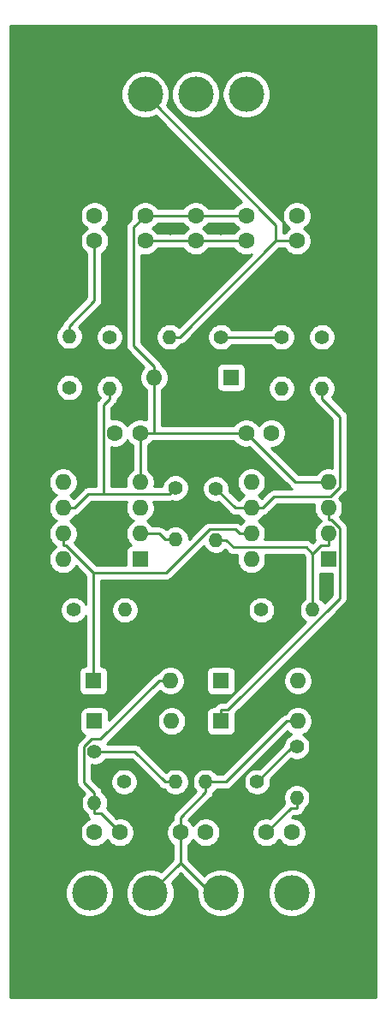
<source format=gbr>
%TF.GenerationSoftware,KiCad,Pcbnew,5.1.10*%
%TF.CreationDate,2021-06-22T19:33:50+02:00*%
%TF.ProjectId,double-gain,646f7562-6c65-42d6-9761-696e2e6b6963,rev?*%
%TF.SameCoordinates,Original*%
%TF.FileFunction,Copper,L2,Bot*%
%TF.FilePolarity,Positive*%
%FSLAX46Y46*%
G04 Gerber Fmt 4.6, Leading zero omitted, Abs format (unit mm)*
G04 Created by KiCad (PCBNEW 5.1.10) date 2021-06-22 19:33:50*
%MOMM*%
%LPD*%
G01*
G04 APERTURE LIST*
%TA.AperFunction,ComponentPad*%
%ADD10O,1.600000X1.600000*%
%TD*%
%TA.AperFunction,ComponentPad*%
%ADD11R,1.600000X1.600000*%
%TD*%
%TA.AperFunction,ComponentPad*%
%ADD12C,1.600000*%
%TD*%
%TA.AperFunction,ComponentPad*%
%ADD13C,3.500000*%
%TD*%
%TA.AperFunction,ComponentPad*%
%ADD14O,1.400000X1.400000*%
%TD*%
%TA.AperFunction,ComponentPad*%
%ADD15C,1.400000*%
%TD*%
%TA.AperFunction,ViaPad*%
%ADD16C,0.800000*%
%TD*%
%TA.AperFunction,Conductor*%
%ADD17C,0.250000*%
%TD*%
%TA.AperFunction,Conductor*%
%ADD18C,0.254000*%
%TD*%
%TA.AperFunction,Conductor*%
%ADD19C,0.100000*%
%TD*%
G04 APERTURE END LIST*
D10*
%TO.P,U2,8*%
%TO.N,Net-(U2-Pad8)*%
X62000000Y-86000000D03*
%TO.P,U2,4*%
%TO.N,V-*%
X69620000Y-78380000D03*
%TO.P,U2,7*%
%TO.N,VCC*%
X62000000Y-83460000D03*
%TO.P,U2,3*%
%TO.N,ind*%
X69620000Y-80920000D03*
%TO.P,U2,6*%
%TO.N,Net-(R13-Pad1)*%
X62000000Y-80920000D03*
%TO.P,U2,2*%
%TO.N,Net-(R12-Pad2)*%
X69620000Y-83460000D03*
%TO.P,U2,5*%
%TO.N,Net-(U2-Pad5)*%
X62000000Y-78380000D03*
D11*
%TO.P,U2,1*%
%TO.N,Net-(U2-Pad1)*%
X69620000Y-86000000D03*
%TD*%
D12*
%TO.P,C1,2*%
%TO.N,V-*%
X61500000Y-52000000D03*
%TO.P,C1,1*%
%TO.N,VCC*%
X61500000Y-54500000D03*
%TD*%
%TO.P,C2,1*%
%TO.N,VCC*%
X56500000Y-54500000D03*
%TO.P,C2,2*%
%TO.N,V-*%
X56500000Y-52000000D03*
%TD*%
%TO.P,C3,2*%
%TO.N,V-*%
X51500000Y-52000000D03*
%TO.P,C3,1*%
%TO.N,VCC*%
X51500000Y-54500000D03*
%TD*%
%TO.P,C4,1*%
%TO.N,/2*%
X46500000Y-54500000D03*
%TO.P,C4,2*%
%TO.N,Net-(C4-Pad2)*%
X46500000Y-52000000D03*
%TD*%
%TO.P,C5,2*%
%TO.N,Net-(C5-Pad2)*%
X46500000Y-113000000D03*
%TO.P,C5,1*%
%TO.N,Net-(C5-Pad1)*%
X49000000Y-113000000D03*
%TD*%
%TO.P,C6,1*%
%TO.N,V-*%
X51000000Y-73500000D03*
%TO.P,C6,2*%
%TO.N,Net-(C6-Pad2)*%
X48500000Y-73500000D03*
%TD*%
%TO.P,C7,2*%
%TO.N,Net-(C7-Pad2)*%
X66500000Y-52000000D03*
%TO.P,C7,1*%
%TO.N,/3*%
X66500000Y-54500000D03*
%TD*%
%TO.P,C8,1*%
%TO.N,Net-(C8-Pad1)*%
X57500000Y-113000000D03*
%TO.P,C8,2*%
%TO.N,V-*%
X55000000Y-113000000D03*
%TD*%
D10*
%TO.P,D1,2*%
%TO.N,V-*%
X52380000Y-68000000D03*
D11*
%TO.P,D1,1*%
%TO.N,Net-(D1-Pad1)*%
X60000000Y-68000000D03*
%TD*%
%TO.P,D2,1*%
%TO.N,VCC*%
X46380000Y-98000000D03*
D10*
%TO.P,D2,2*%
%TO.N,Net-(C5-Pad1)*%
X54000000Y-98000000D03*
%TD*%
D11*
%TO.P,D3,1*%
%TO.N,Net-(C5-Pad1)*%
X59000000Y-98000000D03*
D10*
%TO.P,D3,2*%
%TO.N,V-*%
X66620000Y-98000000D03*
%TD*%
D13*
%TO.P,J1,1*%
%TO.N,Net-(C5-Pad2)*%
X46000000Y-119000000D03*
%TD*%
%TO.P,J3,1*%
%TO.N,V-*%
X52000000Y-119000000D03*
%TD*%
%TO.P,J6,1*%
%TO.N,Earth*%
X42500000Y-125000000D03*
%TD*%
%TO.P,J7,1*%
%TO.N,Earth*%
X70000000Y-37500000D03*
%TD*%
%TO.P,J8,1*%
%TO.N,Earth*%
X42500000Y-37500000D03*
%TD*%
%TO.P,J9,1*%
%TO.N,Earth*%
X70000000Y-125000000D03*
%TD*%
D14*
%TO.P,R1,2*%
%TO.N,VCC*%
X65000000Y-69080000D03*
D15*
%TO.P,R1,1*%
%TO.N,Net-(D1-Pad1)*%
X65000000Y-64000000D03*
%TD*%
D14*
%TO.P,R2,2*%
%TO.N,Net-(R2-Pad2)*%
X54500000Y-84000000D03*
D15*
%TO.P,R2,1*%
%TO.N,Net-(R2-Pad1)*%
X54500000Y-78920000D03*
%TD*%
%TO.P,R3,1*%
%TO.N,Net-(D1-Pad1)*%
X44000000Y-69000000D03*
D14*
%TO.P,R3,2*%
%TO.N,/2*%
X44000000Y-63920000D03*
%TD*%
%TO.P,R4,2*%
%TO.N,/3*%
X53920000Y-64000000D03*
D15*
%TO.P,R4,1*%
%TO.N,Net-(D1-Pad1)*%
X59000000Y-64000000D03*
%TD*%
%TO.P,R5,1*%
%TO.N,Net-(C4-Pad2)*%
X48000000Y-64000000D03*
D14*
%TO.P,R5,2*%
%TO.N,Net-(R2-Pad1)*%
X48000000Y-69080000D03*
%TD*%
%TO.P,R6,2*%
%TO.N,Net-(C8-Pad1)*%
X54500000Y-108000000D03*
D15*
%TO.P,R6,1*%
%TO.N,VCC*%
X49420000Y-108000000D03*
%TD*%
D14*
%TO.P,R7,2*%
%TO.N,Net-(C5-Pad1)*%
X46500000Y-110080000D03*
D15*
%TO.P,R7,1*%
%TO.N,Net-(C8-Pad1)*%
X46500000Y-105000000D03*
%TD*%
%TO.P,R8,1*%
%TO.N,Net-(C7-Pad2)*%
X69000000Y-64000000D03*
D14*
%TO.P,R8,2*%
%TO.N,Net-(R13-Pad1)*%
X69000000Y-69080000D03*
%TD*%
D15*
%TO.P,R9,1*%
%TO.N,Net-(C6-Pad2)*%
X44420000Y-91000000D03*
D14*
%TO.P,R9,2*%
%TO.N,Net-(R2-Pad2)*%
X49500000Y-91000000D03*
%TD*%
D15*
%TO.P,R10,1*%
%TO.N,Net-(C8-Pad1)*%
X62580000Y-108000000D03*
D14*
%TO.P,R10,2*%
%TO.N,V-*%
X57500000Y-108000000D03*
%TD*%
D11*
%TO.P,U1,1*%
%TO.N,Net-(U1-Pad1)*%
X51000000Y-86000000D03*
D10*
%TO.P,U1,5*%
%TO.N,Net-(U1-Pad5)*%
X43380000Y-78380000D03*
%TO.P,U1,2*%
%TO.N,Net-(R2-Pad2)*%
X51000000Y-83460000D03*
%TO.P,U1,6*%
%TO.N,Net-(R2-Pad1)*%
X43380000Y-80920000D03*
%TO.P,U1,3*%
%TO.N,Net-(C5-Pad1)*%
X51000000Y-80920000D03*
%TO.P,U1,7*%
%TO.N,VCC*%
X43380000Y-83460000D03*
%TO.P,U1,4*%
%TO.N,V-*%
X51000000Y-78380000D03*
%TO.P,U1,8*%
%TO.N,Net-(U1-Pad8)*%
X43380000Y-86000000D03*
%TD*%
D12*
%TO.P,C9,2*%
%TO.N,Net-(C9-Pad2)*%
X66000000Y-113000000D03*
%TO.P,C9,1*%
%TO.N,ind*%
X63500000Y-113000000D03*
%TD*%
%TO.P,C10,1*%
%TO.N,V-*%
X61500000Y-73500000D03*
%TO.P,C10,2*%
%TO.N,Net-(C10-Pad2)*%
X64000000Y-73500000D03*
%TD*%
D10*
%TO.P,D4,2*%
%TO.N,ind*%
X54120000Y-102000000D03*
D11*
%TO.P,D4,1*%
%TO.N,VCC*%
X46500000Y-102000000D03*
%TD*%
%TO.P,D5,1*%
%TO.N,ind*%
X59000000Y-102000000D03*
D10*
%TO.P,D5,2*%
%TO.N,V-*%
X66620000Y-102000000D03*
%TD*%
D13*
%TO.P,J10,1*%
%TO.N,Net-(C9-Pad2)*%
X66000000Y-119000000D03*
%TD*%
%TO.P,J11,1*%
%TO.N,V-*%
X59000000Y-119000000D03*
%TD*%
D15*
%TO.P,R11,1*%
%TO.N,Net-(C8-Pad1)*%
X66500000Y-104500000D03*
D14*
%TO.P,R11,2*%
%TO.N,ind*%
X66500000Y-109580000D03*
%TD*%
D15*
%TO.P,R12,1*%
%TO.N,Net-(C10-Pad2)*%
X63000000Y-91000000D03*
D14*
%TO.P,R12,2*%
%TO.N,Net-(R12-Pad2)*%
X68080000Y-91000000D03*
%TD*%
%TO.P,R13,2*%
%TO.N,Net-(R12-Pad2)*%
X58500000Y-84080000D03*
D15*
%TO.P,R13,1*%
%TO.N,Net-(R13-Pad1)*%
X58500000Y-79000000D03*
%TD*%
D13*
%TO.P,J2,1*%
%TO.N,/2*%
X56500000Y-40000000D03*
%TD*%
%TO.P,J4,1*%
%TO.N,/3*%
X51500000Y-40000000D03*
%TD*%
%TO.P,J5,1*%
%TO.N,V-*%
X61500000Y-40000000D03*
%TD*%
D16*
%TO.N,Earth*%
X56500000Y-75500000D03*
X46500000Y-81000000D03*
X65500000Y-81000000D03*
X69500000Y-89000000D03*
X50000000Y-76000000D03*
X54000000Y-53500000D03*
X59000000Y-53500000D03*
%TD*%
D17*
%TO.N,Net-(D1-Pad1)*%
X65000000Y-64000000D02*
X59000000Y-64000000D01*
%TO.N,V-*%
X52380000Y-73500000D02*
X61500000Y-73500000D01*
X51000000Y-73500000D02*
X52380000Y-73500000D01*
X52380000Y-73500000D02*
X52380000Y-69125300D01*
X52380000Y-68000000D02*
X52380000Y-69125300D01*
X55000000Y-116000000D02*
X52000000Y-119000000D01*
X55000000Y-113000000D02*
X55000000Y-116000000D01*
X59000000Y-119000000D02*
X58000000Y-119000000D01*
X58000000Y-119000000D02*
X55000000Y-116000000D01*
X57500000Y-109025300D02*
X55000000Y-111525300D01*
X55000000Y-111525300D02*
X55000000Y-113000000D01*
X52380000Y-68000000D02*
X52380000Y-66874700D01*
X52380000Y-66874700D02*
X50372400Y-64867100D01*
X50372400Y-64867100D02*
X50372400Y-53127600D01*
X50372400Y-53127600D02*
X51500000Y-52000000D01*
X51000000Y-78380000D02*
X51000000Y-73500000D01*
X56500000Y-52000000D02*
X51500000Y-52000000D01*
X56500000Y-52000000D02*
X61500000Y-52000000D01*
X61500000Y-73500000D02*
X66380000Y-78380000D01*
X66380000Y-78380000D02*
X69620000Y-78380000D01*
X66620000Y-102000000D02*
X65494700Y-102000000D01*
X65494700Y-102000000D02*
X59494700Y-108000000D01*
X59494700Y-108000000D02*
X57500000Y-108000000D01*
X57500000Y-108000000D02*
X57500000Y-109025300D01*
%TO.N,VCC*%
X46380000Y-87304000D02*
X46380000Y-98000000D01*
X43380000Y-84585300D02*
X43661300Y-84585300D01*
X43661300Y-84585300D02*
X46380000Y-87304000D01*
X46380000Y-87304000D02*
X53609000Y-87304000D01*
X53609000Y-87304000D02*
X57872800Y-83040200D01*
X57872800Y-83040200D02*
X60454900Y-83040200D01*
X60454900Y-83040200D02*
X60874700Y-83460000D01*
X62000000Y-83460000D02*
X60874700Y-83460000D01*
X43380000Y-83460000D02*
X43380000Y-84585300D01*
X56500000Y-54500000D02*
X61500000Y-54500000D01*
X51500000Y-54500000D02*
X56500000Y-54500000D01*
%TO.N,Net-(C5-Pad1)*%
X46500000Y-110080000D02*
X46500000Y-109054700D01*
X54000000Y-98000000D02*
X52874700Y-98000000D01*
X52874700Y-98000000D02*
X47090400Y-103784300D01*
X47090400Y-103784300D02*
X46221900Y-103784300D01*
X46221900Y-103784300D02*
X45474700Y-104531500D01*
X45474700Y-104531500D02*
X45474700Y-108029400D01*
X45474700Y-108029400D02*
X46500000Y-109054700D01*
X46500000Y-110080000D02*
X46500000Y-111105300D01*
X46500000Y-111105300D02*
X47105300Y-111105300D01*
X47105300Y-111105300D02*
X49000000Y-113000000D01*
%TO.N,Net-(C8-Pad1)*%
X54500000Y-108000000D02*
X53474700Y-108000000D01*
X53474700Y-108000000D02*
X50474700Y-105000000D01*
X50474700Y-105000000D02*
X46500000Y-105000000D01*
X66500000Y-104500000D02*
X66080000Y-104500000D01*
X66080000Y-104500000D02*
X62580000Y-108000000D01*
%TO.N,Net-(R2-Pad2)*%
X54500000Y-84000000D02*
X53474700Y-84000000D01*
X51000000Y-83460000D02*
X52934700Y-83460000D01*
X52934700Y-83460000D02*
X53474700Y-84000000D01*
%TO.N,Net-(R2-Pad1)*%
X47355300Y-79521400D02*
X47355300Y-70750000D01*
X47355300Y-70750000D02*
X48000000Y-70105300D01*
X44505300Y-80920000D02*
X45903900Y-79521400D01*
X45903900Y-79521400D02*
X47355300Y-79521400D01*
X47355300Y-79521400D02*
X53898600Y-79521400D01*
X53898600Y-79521400D02*
X54500000Y-78920000D01*
X48000000Y-69080000D02*
X48000000Y-70105300D01*
X43380000Y-80920000D02*
X44505300Y-80920000D01*
%TO.N,ind*%
X69620000Y-80920000D02*
X69620000Y-82045300D01*
X59000000Y-102000000D02*
X59000000Y-100874700D01*
X59000000Y-100874700D02*
X59703300Y-100874700D01*
X59703300Y-100874700D02*
X70745300Y-89832700D01*
X70745300Y-89832700D02*
X70745300Y-82889200D01*
X70745300Y-82889200D02*
X69901400Y-82045300D01*
X69901400Y-82045300D02*
X69620000Y-82045300D01*
X66500000Y-109580000D02*
X66500000Y-110605300D01*
X66500000Y-110605300D02*
X65894700Y-110605300D01*
X65894700Y-110605300D02*
X63500000Y-113000000D01*
%TO.N,Net-(R13-Pad1)*%
X62000000Y-80920000D02*
X63125300Y-80920000D01*
X63125300Y-80920000D02*
X64250600Y-79794700D01*
X64250600Y-79794700D02*
X69797100Y-79794700D01*
X69797100Y-79794700D02*
X70777600Y-78814200D01*
X70777600Y-78814200D02*
X70777600Y-71882900D01*
X70777600Y-71882900D02*
X69000000Y-70105300D01*
X58500000Y-79000000D02*
X60420000Y-80920000D01*
X60420000Y-80920000D02*
X62000000Y-80920000D01*
X69000000Y-69080000D02*
X69000000Y-70105300D01*
%TO.N,Net-(R12-Pad2)*%
X58500000Y-84080000D02*
X59525300Y-84080000D01*
X68080000Y-85422000D02*
X68916700Y-84585300D01*
X68916700Y-84585300D02*
X69620000Y-84585300D01*
X68080000Y-91000000D02*
X68080000Y-85422000D01*
X59525300Y-84080000D02*
X60250300Y-84805000D01*
X60250300Y-84805000D02*
X67463000Y-84805000D01*
X67463000Y-84805000D02*
X68080000Y-85422000D01*
X69620000Y-83460000D02*
X69620000Y-84585300D01*
%TO.N,/2*%
X44000000Y-63920000D02*
X44000000Y-62894700D01*
X44000000Y-62894700D02*
X46500000Y-60394700D01*
X46500000Y-60394700D02*
X46500000Y-54500000D01*
%TO.N,/3*%
X64445300Y-54500000D02*
X66500000Y-54500000D01*
X54945300Y-64000000D02*
X64445300Y-54500000D01*
X51500000Y-40000000D02*
X64445300Y-52945300D01*
X64445300Y-52945300D02*
X64445300Y-54500000D01*
X53920000Y-64000000D02*
X54945300Y-64000000D01*
%TD*%
D18*
%TO.N,Earth*%
X74315001Y-129315000D02*
X38185000Y-129315000D01*
X38185000Y-118765098D01*
X43615000Y-118765098D01*
X43615000Y-119234902D01*
X43706654Y-119695679D01*
X43886440Y-120129721D01*
X44147450Y-120520349D01*
X44479651Y-120852550D01*
X44870279Y-121113560D01*
X45304321Y-121293346D01*
X45765098Y-121385000D01*
X46234902Y-121385000D01*
X46695679Y-121293346D01*
X47129721Y-121113560D01*
X47520349Y-120852550D01*
X47852550Y-120520349D01*
X48113560Y-120129721D01*
X48293346Y-119695679D01*
X48385000Y-119234902D01*
X48385000Y-118765098D01*
X49615000Y-118765098D01*
X49615000Y-119234902D01*
X49706654Y-119695679D01*
X49886440Y-120129721D01*
X50147450Y-120520349D01*
X50479651Y-120852550D01*
X50870279Y-121113560D01*
X51304321Y-121293346D01*
X51765098Y-121385000D01*
X52234902Y-121385000D01*
X52695679Y-121293346D01*
X53129721Y-121113560D01*
X53520349Y-120852550D01*
X53852550Y-120520349D01*
X54113560Y-120129721D01*
X54293346Y-119695679D01*
X54385000Y-119234902D01*
X54385000Y-118765098D01*
X54293346Y-118304321D01*
X54140202Y-117934599D01*
X55000000Y-117074802D01*
X56627492Y-118702294D01*
X56615000Y-118765098D01*
X56615000Y-119234902D01*
X56706654Y-119695679D01*
X56886440Y-120129721D01*
X57147450Y-120520349D01*
X57479651Y-120852550D01*
X57870279Y-121113560D01*
X58304321Y-121293346D01*
X58765098Y-121385000D01*
X59234902Y-121385000D01*
X59695679Y-121293346D01*
X60129721Y-121113560D01*
X60520349Y-120852550D01*
X60852550Y-120520349D01*
X61113560Y-120129721D01*
X61293346Y-119695679D01*
X61385000Y-119234902D01*
X61385000Y-118765098D01*
X63615000Y-118765098D01*
X63615000Y-119234902D01*
X63706654Y-119695679D01*
X63886440Y-120129721D01*
X64147450Y-120520349D01*
X64479651Y-120852550D01*
X64870279Y-121113560D01*
X65304321Y-121293346D01*
X65765098Y-121385000D01*
X66234902Y-121385000D01*
X66695679Y-121293346D01*
X67129721Y-121113560D01*
X67520349Y-120852550D01*
X67852550Y-120520349D01*
X68113560Y-120129721D01*
X68293346Y-119695679D01*
X68385000Y-119234902D01*
X68385000Y-118765098D01*
X68293346Y-118304321D01*
X68113560Y-117870279D01*
X67852550Y-117479651D01*
X67520349Y-117147450D01*
X67129721Y-116886440D01*
X66695679Y-116706654D01*
X66234902Y-116615000D01*
X65765098Y-116615000D01*
X65304321Y-116706654D01*
X64870279Y-116886440D01*
X64479651Y-117147450D01*
X64147450Y-117479651D01*
X63886440Y-117870279D01*
X63706654Y-118304321D01*
X63615000Y-118765098D01*
X61385000Y-118765098D01*
X61293346Y-118304321D01*
X61113560Y-117870279D01*
X60852550Y-117479651D01*
X60520349Y-117147450D01*
X60129721Y-116886440D01*
X59695679Y-116706654D01*
X59234902Y-116615000D01*
X58765098Y-116615000D01*
X58304321Y-116706654D01*
X57870279Y-116886440D01*
X57479651Y-117147450D01*
X57350951Y-117276150D01*
X55760000Y-115685199D01*
X55760000Y-114218043D01*
X55914759Y-114114637D01*
X56114637Y-113914759D01*
X56250000Y-113712173D01*
X56385363Y-113914759D01*
X56585241Y-114114637D01*
X56820273Y-114271680D01*
X57081426Y-114379853D01*
X57358665Y-114435000D01*
X57641335Y-114435000D01*
X57918574Y-114379853D01*
X58179727Y-114271680D01*
X58414759Y-114114637D01*
X58614637Y-113914759D01*
X58771680Y-113679727D01*
X58879853Y-113418574D01*
X58935000Y-113141335D01*
X58935000Y-112858665D01*
X62065000Y-112858665D01*
X62065000Y-113141335D01*
X62120147Y-113418574D01*
X62228320Y-113679727D01*
X62385363Y-113914759D01*
X62585241Y-114114637D01*
X62820273Y-114271680D01*
X63081426Y-114379853D01*
X63358665Y-114435000D01*
X63641335Y-114435000D01*
X63918574Y-114379853D01*
X64179727Y-114271680D01*
X64414759Y-114114637D01*
X64614637Y-113914759D01*
X64750000Y-113712173D01*
X64885363Y-113914759D01*
X65085241Y-114114637D01*
X65320273Y-114271680D01*
X65581426Y-114379853D01*
X65858665Y-114435000D01*
X66141335Y-114435000D01*
X66418574Y-114379853D01*
X66679727Y-114271680D01*
X66914759Y-114114637D01*
X67114637Y-113914759D01*
X67271680Y-113679727D01*
X67379853Y-113418574D01*
X67435000Y-113141335D01*
X67435000Y-112858665D01*
X67379853Y-112581426D01*
X67271680Y-112320273D01*
X67114637Y-112085241D01*
X66914759Y-111885363D01*
X66679727Y-111728320D01*
X66418574Y-111620147D01*
X66141335Y-111565000D01*
X66009802Y-111565000D01*
X66209502Y-111365300D01*
X66462667Y-111365300D01*
X66500000Y-111368977D01*
X66648986Y-111354303D01*
X66792247Y-111310846D01*
X66924276Y-111240274D01*
X67040001Y-111145301D01*
X67134974Y-111029576D01*
X67205546Y-110897547D01*
X67249003Y-110754286D01*
X67256295Y-110680250D01*
X67351013Y-110616962D01*
X67536962Y-110431013D01*
X67683061Y-110212359D01*
X67783696Y-109969405D01*
X67835000Y-109711486D01*
X67835000Y-109448514D01*
X67783696Y-109190595D01*
X67683061Y-108947641D01*
X67536962Y-108728987D01*
X67351013Y-108543038D01*
X67132359Y-108396939D01*
X66889405Y-108296304D01*
X66631486Y-108245000D01*
X66368514Y-108245000D01*
X66110595Y-108296304D01*
X65867641Y-108396939D01*
X65648987Y-108543038D01*
X65463038Y-108728987D01*
X65316939Y-108947641D01*
X65216304Y-109190595D01*
X65165000Y-109448514D01*
X65165000Y-109711486D01*
X65216304Y-109969405D01*
X65286449Y-110138749D01*
X63823886Y-111601312D01*
X63641335Y-111565000D01*
X63358665Y-111565000D01*
X63081426Y-111620147D01*
X62820273Y-111728320D01*
X62585241Y-111885363D01*
X62385363Y-112085241D01*
X62228320Y-112320273D01*
X62120147Y-112581426D01*
X62065000Y-112858665D01*
X58935000Y-112858665D01*
X58879853Y-112581426D01*
X58771680Y-112320273D01*
X58614637Y-112085241D01*
X58414759Y-111885363D01*
X58179727Y-111728320D01*
X57918574Y-111620147D01*
X57641335Y-111565000D01*
X57358665Y-111565000D01*
X57081426Y-111620147D01*
X56820273Y-111728320D01*
X56585241Y-111885363D01*
X56385363Y-112085241D01*
X56250000Y-112287827D01*
X56114637Y-112085241D01*
X55914759Y-111885363D01*
X55794855Y-111805246D01*
X58011003Y-109589099D01*
X58040001Y-109565301D01*
X58110847Y-109478975D01*
X58134974Y-109449577D01*
X58205546Y-109317547D01*
X58215814Y-109283696D01*
X58249003Y-109174286D01*
X58256295Y-109100250D01*
X58351013Y-109036962D01*
X58536962Y-108851013D01*
X58597775Y-108760000D01*
X59457378Y-108760000D01*
X59494700Y-108763676D01*
X59532022Y-108760000D01*
X59532033Y-108760000D01*
X59643686Y-108749003D01*
X59786947Y-108705546D01*
X59918976Y-108634974D01*
X60034701Y-108540001D01*
X60058504Y-108510997D01*
X65580053Y-102989449D01*
X65705241Y-103114637D01*
X65940273Y-103271680D01*
X65958589Y-103279267D01*
X65867641Y-103316939D01*
X65648987Y-103463038D01*
X65463038Y-103648987D01*
X65316939Y-103867641D01*
X65216304Y-104110595D01*
X65172031Y-104333166D01*
X62818844Y-106686355D01*
X62711486Y-106665000D01*
X62448514Y-106665000D01*
X62190595Y-106716304D01*
X61947641Y-106816939D01*
X61728987Y-106963038D01*
X61543038Y-107148987D01*
X61396939Y-107367641D01*
X61296304Y-107610595D01*
X61245000Y-107868514D01*
X61245000Y-108131486D01*
X61296304Y-108389405D01*
X61396939Y-108632359D01*
X61543038Y-108851013D01*
X61728987Y-109036962D01*
X61947641Y-109183061D01*
X62190595Y-109283696D01*
X62448514Y-109335000D01*
X62711486Y-109335000D01*
X62969405Y-109283696D01*
X63212359Y-109183061D01*
X63431013Y-109036962D01*
X63616962Y-108851013D01*
X63763061Y-108632359D01*
X63863696Y-108389405D01*
X63915000Y-108131486D01*
X63915000Y-107868514D01*
X63893645Y-107761156D01*
X65941251Y-105713551D01*
X66110595Y-105783696D01*
X66368514Y-105835000D01*
X66631486Y-105835000D01*
X66889405Y-105783696D01*
X67132359Y-105683061D01*
X67351013Y-105536962D01*
X67536962Y-105351013D01*
X67683061Y-105132359D01*
X67783696Y-104889405D01*
X67835000Y-104631486D01*
X67835000Y-104368514D01*
X67783696Y-104110595D01*
X67683061Y-103867641D01*
X67536962Y-103648987D01*
X67351013Y-103463038D01*
X67154594Y-103331796D01*
X67299727Y-103271680D01*
X67534759Y-103114637D01*
X67734637Y-102914759D01*
X67891680Y-102679727D01*
X67999853Y-102418574D01*
X68055000Y-102141335D01*
X68055000Y-101858665D01*
X67999853Y-101581426D01*
X67891680Y-101320273D01*
X67734637Y-101085241D01*
X67534759Y-100885363D01*
X67299727Y-100728320D01*
X67038574Y-100620147D01*
X66761335Y-100565000D01*
X66478665Y-100565000D01*
X66201426Y-100620147D01*
X65940273Y-100728320D01*
X65705241Y-100885363D01*
X65505363Y-101085241D01*
X65398053Y-101245842D01*
X65345714Y-101250997D01*
X65202453Y-101294454D01*
X65070424Y-101365026D01*
X65070422Y-101365027D01*
X65070423Y-101365027D01*
X64983696Y-101436201D01*
X64983692Y-101436205D01*
X64954699Y-101459999D01*
X64930905Y-101488992D01*
X59179899Y-107240000D01*
X58597775Y-107240000D01*
X58536962Y-107148987D01*
X58351013Y-106963038D01*
X58132359Y-106816939D01*
X57889405Y-106716304D01*
X57631486Y-106665000D01*
X57368514Y-106665000D01*
X57110595Y-106716304D01*
X56867641Y-106816939D01*
X56648987Y-106963038D01*
X56463038Y-107148987D01*
X56316939Y-107367641D01*
X56216304Y-107610595D01*
X56165000Y-107868514D01*
X56165000Y-108131486D01*
X56216304Y-108389405D01*
X56316939Y-108632359D01*
X56463038Y-108851013D01*
X56531262Y-108919237D01*
X54489003Y-110961496D01*
X54459999Y-110985299D01*
X54404871Y-111052474D01*
X54365026Y-111101024D01*
X54294455Y-111233053D01*
X54294454Y-111233054D01*
X54250997Y-111376315D01*
X54240000Y-111487968D01*
X54240000Y-111487978D01*
X54236324Y-111525300D01*
X54240000Y-111562623D01*
X54240000Y-111781956D01*
X54085241Y-111885363D01*
X53885363Y-112085241D01*
X53728320Y-112320273D01*
X53620147Y-112581426D01*
X53565000Y-112858665D01*
X53565000Y-113141335D01*
X53620147Y-113418574D01*
X53728320Y-113679727D01*
X53885363Y-113914759D01*
X54085241Y-114114637D01*
X54240000Y-114218044D01*
X54240001Y-115685197D01*
X53065401Y-116859798D01*
X52695679Y-116706654D01*
X52234902Y-116615000D01*
X51765098Y-116615000D01*
X51304321Y-116706654D01*
X50870279Y-116886440D01*
X50479651Y-117147450D01*
X50147450Y-117479651D01*
X49886440Y-117870279D01*
X49706654Y-118304321D01*
X49615000Y-118765098D01*
X48385000Y-118765098D01*
X48293346Y-118304321D01*
X48113560Y-117870279D01*
X47852550Y-117479651D01*
X47520349Y-117147450D01*
X47129721Y-116886440D01*
X46695679Y-116706654D01*
X46234902Y-116615000D01*
X45765098Y-116615000D01*
X45304321Y-116706654D01*
X44870279Y-116886440D01*
X44479651Y-117147450D01*
X44147450Y-117479651D01*
X43886440Y-117870279D01*
X43706654Y-118304321D01*
X43615000Y-118765098D01*
X38185000Y-118765098D01*
X38185000Y-104531500D01*
X44711024Y-104531500D01*
X44714700Y-104568823D01*
X44714701Y-107992068D01*
X44711024Y-108029400D01*
X44725698Y-108178385D01*
X44769154Y-108321646D01*
X44839726Y-108453676D01*
X44865679Y-108485299D01*
X44934700Y-108569401D01*
X44963698Y-108593199D01*
X45531262Y-109160763D01*
X45463038Y-109228987D01*
X45316939Y-109447641D01*
X45216304Y-109690595D01*
X45165000Y-109948514D01*
X45165000Y-110211486D01*
X45216304Y-110469405D01*
X45316939Y-110712359D01*
X45463038Y-110931013D01*
X45648987Y-111116962D01*
X45743705Y-111180250D01*
X45750997Y-111254286D01*
X45794454Y-111397547D01*
X45865026Y-111529576D01*
X45959999Y-111645301D01*
X45980359Y-111662010D01*
X45820273Y-111728320D01*
X45585241Y-111885363D01*
X45385363Y-112085241D01*
X45228320Y-112320273D01*
X45120147Y-112581426D01*
X45065000Y-112858665D01*
X45065000Y-113141335D01*
X45120147Y-113418574D01*
X45228320Y-113679727D01*
X45385363Y-113914759D01*
X45585241Y-114114637D01*
X45820273Y-114271680D01*
X46081426Y-114379853D01*
X46358665Y-114435000D01*
X46641335Y-114435000D01*
X46918574Y-114379853D01*
X47179727Y-114271680D01*
X47414759Y-114114637D01*
X47614637Y-113914759D01*
X47750000Y-113712173D01*
X47885363Y-113914759D01*
X48085241Y-114114637D01*
X48320273Y-114271680D01*
X48581426Y-114379853D01*
X48858665Y-114435000D01*
X49141335Y-114435000D01*
X49418574Y-114379853D01*
X49679727Y-114271680D01*
X49914759Y-114114637D01*
X50114637Y-113914759D01*
X50271680Y-113679727D01*
X50379853Y-113418574D01*
X50435000Y-113141335D01*
X50435000Y-112858665D01*
X50379853Y-112581426D01*
X50271680Y-112320273D01*
X50114637Y-112085241D01*
X49914759Y-111885363D01*
X49679727Y-111728320D01*
X49418574Y-111620147D01*
X49141335Y-111565000D01*
X48858665Y-111565000D01*
X48676114Y-111601312D01*
X47713551Y-110638750D01*
X47783696Y-110469405D01*
X47835000Y-110211486D01*
X47835000Y-109948514D01*
X47783696Y-109690595D01*
X47683061Y-109447641D01*
X47536962Y-109228987D01*
X47351013Y-109043038D01*
X47256295Y-108979750D01*
X47249003Y-108905714D01*
X47205546Y-108762453D01*
X47134974Y-108630424D01*
X47040001Y-108514699D01*
X47011003Y-108490901D01*
X46388616Y-107868514D01*
X48085000Y-107868514D01*
X48085000Y-108131486D01*
X48136304Y-108389405D01*
X48236939Y-108632359D01*
X48383038Y-108851013D01*
X48568987Y-109036962D01*
X48787641Y-109183061D01*
X49030595Y-109283696D01*
X49288514Y-109335000D01*
X49551486Y-109335000D01*
X49809405Y-109283696D01*
X50052359Y-109183061D01*
X50271013Y-109036962D01*
X50456962Y-108851013D01*
X50603061Y-108632359D01*
X50703696Y-108389405D01*
X50755000Y-108131486D01*
X50755000Y-107868514D01*
X50703696Y-107610595D01*
X50603061Y-107367641D01*
X50456962Y-107148987D01*
X50271013Y-106963038D01*
X50052359Y-106816939D01*
X49809405Y-106716304D01*
X49551486Y-106665000D01*
X49288514Y-106665000D01*
X49030595Y-106716304D01*
X48787641Y-106816939D01*
X48568987Y-106963038D01*
X48383038Y-107148987D01*
X48236939Y-107367641D01*
X48136304Y-107610595D01*
X48085000Y-107868514D01*
X46388616Y-107868514D01*
X46234700Y-107714599D01*
X46234700Y-106308382D01*
X46368514Y-106335000D01*
X46631486Y-106335000D01*
X46889405Y-106283696D01*
X47132359Y-106183061D01*
X47351013Y-106036962D01*
X47536962Y-105851013D01*
X47597775Y-105760000D01*
X50159899Y-105760000D01*
X52910901Y-108511003D01*
X52934699Y-108540001D01*
X53050424Y-108634974D01*
X53182453Y-108705546D01*
X53325714Y-108749003D01*
X53399750Y-108756295D01*
X53463038Y-108851013D01*
X53648987Y-109036962D01*
X53867641Y-109183061D01*
X54110595Y-109283696D01*
X54368514Y-109335000D01*
X54631486Y-109335000D01*
X54889405Y-109283696D01*
X55132359Y-109183061D01*
X55351013Y-109036962D01*
X55536962Y-108851013D01*
X55683061Y-108632359D01*
X55783696Y-108389405D01*
X55835000Y-108131486D01*
X55835000Y-107868514D01*
X55783696Y-107610595D01*
X55683061Y-107367641D01*
X55536962Y-107148987D01*
X55351013Y-106963038D01*
X55132359Y-106816939D01*
X54889405Y-106716304D01*
X54631486Y-106665000D01*
X54368514Y-106665000D01*
X54110595Y-106716304D01*
X53867641Y-106816939D01*
X53648987Y-106963038D01*
X53580763Y-107031262D01*
X51038504Y-104489003D01*
X51014701Y-104459999D01*
X50898976Y-104365026D01*
X50766947Y-104294454D01*
X50623686Y-104250997D01*
X50512033Y-104240000D01*
X50512022Y-104240000D01*
X50474700Y-104236324D01*
X50437378Y-104240000D01*
X47709501Y-104240000D01*
X50090836Y-101858665D01*
X52685000Y-101858665D01*
X52685000Y-102141335D01*
X52740147Y-102418574D01*
X52848320Y-102679727D01*
X53005363Y-102914759D01*
X53205241Y-103114637D01*
X53440273Y-103271680D01*
X53701426Y-103379853D01*
X53978665Y-103435000D01*
X54261335Y-103435000D01*
X54538574Y-103379853D01*
X54799727Y-103271680D01*
X55034759Y-103114637D01*
X55234637Y-102914759D01*
X55391680Y-102679727D01*
X55499853Y-102418574D01*
X55555000Y-102141335D01*
X55555000Y-101858665D01*
X55499853Y-101581426D01*
X55391680Y-101320273D01*
X55234637Y-101085241D01*
X55034759Y-100885363D01*
X54799727Y-100728320D01*
X54538574Y-100620147D01*
X54261335Y-100565000D01*
X53978665Y-100565000D01*
X53701426Y-100620147D01*
X53440273Y-100728320D01*
X53205241Y-100885363D01*
X53005363Y-101085241D01*
X52848320Y-101320273D01*
X52740147Y-101581426D01*
X52685000Y-101858665D01*
X50090836Y-101858665D01*
X52960053Y-98989449D01*
X53085241Y-99114637D01*
X53320273Y-99271680D01*
X53581426Y-99379853D01*
X53858665Y-99435000D01*
X54141335Y-99435000D01*
X54418574Y-99379853D01*
X54679727Y-99271680D01*
X54914759Y-99114637D01*
X55114637Y-98914759D01*
X55271680Y-98679727D01*
X55379853Y-98418574D01*
X55435000Y-98141335D01*
X55435000Y-97858665D01*
X55379853Y-97581426D01*
X55271680Y-97320273D01*
X55191317Y-97200000D01*
X57561928Y-97200000D01*
X57561928Y-98800000D01*
X57574188Y-98924482D01*
X57610498Y-99044180D01*
X57669463Y-99154494D01*
X57748815Y-99251185D01*
X57845506Y-99330537D01*
X57955820Y-99389502D01*
X58075518Y-99425812D01*
X58200000Y-99438072D01*
X59800000Y-99438072D01*
X59924482Y-99425812D01*
X60044180Y-99389502D01*
X60154494Y-99330537D01*
X60251185Y-99251185D01*
X60330537Y-99154494D01*
X60389502Y-99044180D01*
X60425812Y-98924482D01*
X60438072Y-98800000D01*
X60438072Y-97200000D01*
X60425812Y-97075518D01*
X60389502Y-96955820D01*
X60330537Y-96845506D01*
X60251185Y-96748815D01*
X60154494Y-96669463D01*
X60044180Y-96610498D01*
X59924482Y-96574188D01*
X59800000Y-96561928D01*
X58200000Y-96561928D01*
X58075518Y-96574188D01*
X57955820Y-96610498D01*
X57845506Y-96669463D01*
X57748815Y-96748815D01*
X57669463Y-96845506D01*
X57610498Y-96955820D01*
X57574188Y-97075518D01*
X57561928Y-97200000D01*
X55191317Y-97200000D01*
X55114637Y-97085241D01*
X54914759Y-96885363D01*
X54679727Y-96728320D01*
X54418574Y-96620147D01*
X54141335Y-96565000D01*
X53858665Y-96565000D01*
X53581426Y-96620147D01*
X53320273Y-96728320D01*
X53085241Y-96885363D01*
X52885363Y-97085241D01*
X52778053Y-97245842D01*
X52725714Y-97250997D01*
X52582453Y-97294454D01*
X52450424Y-97365026D01*
X52334699Y-97459999D01*
X52310901Y-97488997D01*
X47938072Y-101861827D01*
X47938072Y-101200000D01*
X47925812Y-101075518D01*
X47889502Y-100955820D01*
X47830537Y-100845506D01*
X47751185Y-100748815D01*
X47654494Y-100669463D01*
X47544180Y-100610498D01*
X47424482Y-100574188D01*
X47300000Y-100561928D01*
X45700000Y-100561928D01*
X45575518Y-100574188D01*
X45455820Y-100610498D01*
X45345506Y-100669463D01*
X45248815Y-100748815D01*
X45169463Y-100845506D01*
X45110498Y-100955820D01*
X45074188Y-101075518D01*
X45061928Y-101200000D01*
X45061928Y-102800000D01*
X45074188Y-102924482D01*
X45110498Y-103044180D01*
X45169463Y-103154494D01*
X45248815Y-103251185D01*
X45345506Y-103330537D01*
X45455820Y-103389502D01*
X45521862Y-103409536D01*
X44963702Y-103967697D01*
X44934699Y-103991499D01*
X44879571Y-104058674D01*
X44839726Y-104107224D01*
X44817403Y-104148987D01*
X44769154Y-104239254D01*
X44725697Y-104382515D01*
X44714700Y-104494168D01*
X44714700Y-104494178D01*
X44711024Y-104531500D01*
X38185000Y-104531500D01*
X38185000Y-78238665D01*
X41945000Y-78238665D01*
X41945000Y-78521335D01*
X42000147Y-78798574D01*
X42108320Y-79059727D01*
X42265363Y-79294759D01*
X42465241Y-79494637D01*
X42697759Y-79650000D01*
X42465241Y-79805363D01*
X42265363Y-80005241D01*
X42108320Y-80240273D01*
X42000147Y-80501426D01*
X41945000Y-80778665D01*
X41945000Y-81061335D01*
X42000147Y-81338574D01*
X42108320Y-81599727D01*
X42265363Y-81834759D01*
X42465241Y-82034637D01*
X42697759Y-82190000D01*
X42465241Y-82345363D01*
X42265363Y-82545241D01*
X42108320Y-82780273D01*
X42000147Y-83041426D01*
X41945000Y-83318665D01*
X41945000Y-83601335D01*
X42000147Y-83878574D01*
X42108320Y-84139727D01*
X42265363Y-84374759D01*
X42465241Y-84574637D01*
X42625842Y-84681947D01*
X42630997Y-84734286D01*
X42641167Y-84767813D01*
X42465241Y-84885363D01*
X42265363Y-85085241D01*
X42108320Y-85320273D01*
X42000147Y-85581426D01*
X41945000Y-85858665D01*
X41945000Y-86141335D01*
X42000147Y-86418574D01*
X42108320Y-86679727D01*
X42265363Y-86914759D01*
X42465241Y-87114637D01*
X42700273Y-87271680D01*
X42961426Y-87379853D01*
X43238665Y-87435000D01*
X43521335Y-87435000D01*
X43798574Y-87379853D01*
X44059727Y-87271680D01*
X44294759Y-87114637D01*
X44494637Y-86914759D01*
X44651680Y-86679727D01*
X44660246Y-86659048D01*
X45620000Y-87618803D01*
X45620000Y-90408536D01*
X45603061Y-90367641D01*
X45456962Y-90148987D01*
X45271013Y-89963038D01*
X45052359Y-89816939D01*
X44809405Y-89716304D01*
X44551486Y-89665000D01*
X44288514Y-89665000D01*
X44030595Y-89716304D01*
X43787641Y-89816939D01*
X43568987Y-89963038D01*
X43383038Y-90148987D01*
X43236939Y-90367641D01*
X43136304Y-90610595D01*
X43085000Y-90868514D01*
X43085000Y-91131486D01*
X43136304Y-91389405D01*
X43236939Y-91632359D01*
X43383038Y-91851013D01*
X43568987Y-92036962D01*
X43787641Y-92183061D01*
X44030595Y-92283696D01*
X44288514Y-92335000D01*
X44551486Y-92335000D01*
X44809405Y-92283696D01*
X45052359Y-92183061D01*
X45271013Y-92036962D01*
X45456962Y-91851013D01*
X45603061Y-91632359D01*
X45620000Y-91591464D01*
X45620001Y-96561928D01*
X45580000Y-96561928D01*
X45455518Y-96574188D01*
X45335820Y-96610498D01*
X45225506Y-96669463D01*
X45128815Y-96748815D01*
X45049463Y-96845506D01*
X44990498Y-96955820D01*
X44954188Y-97075518D01*
X44941928Y-97200000D01*
X44941928Y-98800000D01*
X44954188Y-98924482D01*
X44990498Y-99044180D01*
X45049463Y-99154494D01*
X45128815Y-99251185D01*
X45225506Y-99330537D01*
X45335820Y-99389502D01*
X45455518Y-99425812D01*
X45580000Y-99438072D01*
X47180000Y-99438072D01*
X47304482Y-99425812D01*
X47424180Y-99389502D01*
X47534494Y-99330537D01*
X47631185Y-99251185D01*
X47710537Y-99154494D01*
X47769502Y-99044180D01*
X47805812Y-98924482D01*
X47818072Y-98800000D01*
X47818072Y-97200000D01*
X47805812Y-97075518D01*
X47769502Y-96955820D01*
X47710537Y-96845506D01*
X47631185Y-96748815D01*
X47534494Y-96669463D01*
X47424180Y-96610498D01*
X47304482Y-96574188D01*
X47180000Y-96561928D01*
X47140000Y-96561928D01*
X47140000Y-90868514D01*
X48165000Y-90868514D01*
X48165000Y-91131486D01*
X48216304Y-91389405D01*
X48316939Y-91632359D01*
X48463038Y-91851013D01*
X48648987Y-92036962D01*
X48867641Y-92183061D01*
X49110595Y-92283696D01*
X49368514Y-92335000D01*
X49631486Y-92335000D01*
X49889405Y-92283696D01*
X50132359Y-92183061D01*
X50351013Y-92036962D01*
X50536962Y-91851013D01*
X50683061Y-91632359D01*
X50783696Y-91389405D01*
X50835000Y-91131486D01*
X50835000Y-90868514D01*
X61665000Y-90868514D01*
X61665000Y-91131486D01*
X61716304Y-91389405D01*
X61816939Y-91632359D01*
X61963038Y-91851013D01*
X62148987Y-92036962D01*
X62367641Y-92183061D01*
X62610595Y-92283696D01*
X62868514Y-92335000D01*
X63131486Y-92335000D01*
X63389405Y-92283696D01*
X63632359Y-92183061D01*
X63851013Y-92036962D01*
X64036962Y-91851013D01*
X64183061Y-91632359D01*
X64283696Y-91389405D01*
X64335000Y-91131486D01*
X64335000Y-90868514D01*
X64283696Y-90610595D01*
X64183061Y-90367641D01*
X64036962Y-90148987D01*
X63851013Y-89963038D01*
X63632359Y-89816939D01*
X63389405Y-89716304D01*
X63131486Y-89665000D01*
X62868514Y-89665000D01*
X62610595Y-89716304D01*
X62367641Y-89816939D01*
X62148987Y-89963038D01*
X61963038Y-90148987D01*
X61816939Y-90367641D01*
X61716304Y-90610595D01*
X61665000Y-90868514D01*
X50835000Y-90868514D01*
X50783696Y-90610595D01*
X50683061Y-90367641D01*
X50536962Y-90148987D01*
X50351013Y-89963038D01*
X50132359Y-89816939D01*
X49889405Y-89716304D01*
X49631486Y-89665000D01*
X49368514Y-89665000D01*
X49110595Y-89716304D01*
X48867641Y-89816939D01*
X48648987Y-89963038D01*
X48463038Y-90148987D01*
X48316939Y-90367641D01*
X48216304Y-90610595D01*
X48165000Y-90868514D01*
X47140000Y-90868514D01*
X47140000Y-88064000D01*
X53571678Y-88064000D01*
X53609000Y-88067676D01*
X53646322Y-88064000D01*
X53646333Y-88064000D01*
X53757986Y-88053003D01*
X53901247Y-88009546D01*
X54033276Y-87938974D01*
X54149001Y-87844001D01*
X54172804Y-87814997D01*
X57304785Y-84683017D01*
X57316939Y-84712359D01*
X57463038Y-84931013D01*
X57648987Y-85116962D01*
X57867641Y-85263061D01*
X58110595Y-85363696D01*
X58368514Y-85415000D01*
X58631486Y-85415000D01*
X58889405Y-85363696D01*
X59132359Y-85263061D01*
X59351013Y-85116962D01*
X59419237Y-85048738D01*
X59686501Y-85316002D01*
X59710299Y-85345001D01*
X59826024Y-85439974D01*
X59958053Y-85510546D01*
X60101314Y-85554003D01*
X60212967Y-85565000D01*
X60212977Y-85565000D01*
X60250300Y-85568676D01*
X60287623Y-85565000D01*
X60626951Y-85565000D01*
X60620147Y-85581426D01*
X60565000Y-85858665D01*
X60565000Y-86141335D01*
X60620147Y-86418574D01*
X60728320Y-86679727D01*
X60885363Y-86914759D01*
X61085241Y-87114637D01*
X61320273Y-87271680D01*
X61581426Y-87379853D01*
X61858665Y-87435000D01*
X62141335Y-87435000D01*
X62418574Y-87379853D01*
X62679727Y-87271680D01*
X62914759Y-87114637D01*
X63114637Y-86914759D01*
X63271680Y-86679727D01*
X63379853Y-86418574D01*
X63435000Y-86141335D01*
X63435000Y-85858665D01*
X63379853Y-85581426D01*
X63373049Y-85565000D01*
X67148199Y-85565000D01*
X67320001Y-85736803D01*
X67320000Y-89902225D01*
X67228987Y-89963038D01*
X67043038Y-90148987D01*
X66896939Y-90367641D01*
X66796304Y-90610595D01*
X66745000Y-90868514D01*
X66745000Y-91131486D01*
X66796304Y-91389405D01*
X66896939Y-91632359D01*
X67043038Y-91851013D01*
X67228987Y-92036962D01*
X67371208Y-92131990D01*
X59388499Y-100114700D01*
X59037333Y-100114700D01*
X59000000Y-100111023D01*
X58962667Y-100114700D01*
X58851014Y-100125697D01*
X58707753Y-100169154D01*
X58575724Y-100239726D01*
X58459999Y-100334699D01*
X58365026Y-100450424D01*
X58305425Y-100561928D01*
X58200000Y-100561928D01*
X58075518Y-100574188D01*
X57955820Y-100610498D01*
X57845506Y-100669463D01*
X57748815Y-100748815D01*
X57669463Y-100845506D01*
X57610498Y-100955820D01*
X57574188Y-101075518D01*
X57561928Y-101200000D01*
X57561928Y-102800000D01*
X57574188Y-102924482D01*
X57610498Y-103044180D01*
X57669463Y-103154494D01*
X57748815Y-103251185D01*
X57845506Y-103330537D01*
X57955820Y-103389502D01*
X58075518Y-103425812D01*
X58200000Y-103438072D01*
X59800000Y-103438072D01*
X59924482Y-103425812D01*
X60044180Y-103389502D01*
X60154494Y-103330537D01*
X60251185Y-103251185D01*
X60330537Y-103154494D01*
X60389502Y-103044180D01*
X60425812Y-102924482D01*
X60438072Y-102800000D01*
X60438072Y-101214729D01*
X63794136Y-97858665D01*
X65185000Y-97858665D01*
X65185000Y-98141335D01*
X65240147Y-98418574D01*
X65348320Y-98679727D01*
X65505363Y-98914759D01*
X65705241Y-99114637D01*
X65940273Y-99271680D01*
X66201426Y-99379853D01*
X66478665Y-99435000D01*
X66761335Y-99435000D01*
X67038574Y-99379853D01*
X67299727Y-99271680D01*
X67534759Y-99114637D01*
X67734637Y-98914759D01*
X67891680Y-98679727D01*
X67999853Y-98418574D01*
X68055000Y-98141335D01*
X68055000Y-97858665D01*
X67999853Y-97581426D01*
X67891680Y-97320273D01*
X67734637Y-97085241D01*
X67534759Y-96885363D01*
X67299727Y-96728320D01*
X67038574Y-96620147D01*
X66761335Y-96565000D01*
X66478665Y-96565000D01*
X66201426Y-96620147D01*
X65940273Y-96728320D01*
X65705241Y-96885363D01*
X65505363Y-97085241D01*
X65348320Y-97320273D01*
X65240147Y-97581426D01*
X65185000Y-97858665D01*
X63794136Y-97858665D01*
X71256304Y-90396498D01*
X71285301Y-90372701D01*
X71311632Y-90340617D01*
X71380274Y-90256977D01*
X71450846Y-90124947D01*
X71450846Y-90124946D01*
X71494303Y-89981686D01*
X71505300Y-89870033D01*
X71505300Y-89870024D01*
X71508976Y-89832701D01*
X71505300Y-89795378D01*
X71505300Y-82926523D01*
X71508976Y-82889200D01*
X71505300Y-82851877D01*
X71505300Y-82851867D01*
X71494303Y-82740214D01*
X71450846Y-82596953D01*
X71380274Y-82464924D01*
X71285301Y-82349199D01*
X71256303Y-82325401D01*
X70747063Y-81816162D01*
X70891680Y-81599727D01*
X70999853Y-81338574D01*
X71055000Y-81061335D01*
X71055000Y-80778665D01*
X70999853Y-80501426D01*
X70891680Y-80240273D01*
X70734637Y-80005241D01*
X70697999Y-79968603D01*
X71288609Y-79377994D01*
X71317601Y-79354201D01*
X71341395Y-79325208D01*
X71341399Y-79325204D01*
X71412573Y-79238477D01*
X71412574Y-79238476D01*
X71483146Y-79106447D01*
X71526603Y-78963186D01*
X71537600Y-78851533D01*
X71537600Y-78851524D01*
X71541276Y-78814201D01*
X71537600Y-78776878D01*
X71537600Y-71920222D01*
X71541276Y-71882899D01*
X71537600Y-71845576D01*
X71537600Y-71845567D01*
X71526603Y-71733914D01*
X71483146Y-71590653D01*
X71412574Y-71458623D01*
X71341399Y-71371897D01*
X71317601Y-71342899D01*
X71288603Y-71319101D01*
X69968738Y-69999237D01*
X70036962Y-69931013D01*
X70183061Y-69712359D01*
X70283696Y-69469405D01*
X70335000Y-69211486D01*
X70335000Y-68948514D01*
X70283696Y-68690595D01*
X70183061Y-68447641D01*
X70036962Y-68228987D01*
X69851013Y-68043038D01*
X69632359Y-67896939D01*
X69389405Y-67796304D01*
X69131486Y-67745000D01*
X68868514Y-67745000D01*
X68610595Y-67796304D01*
X68367641Y-67896939D01*
X68148987Y-68043038D01*
X67963038Y-68228987D01*
X67816939Y-68447641D01*
X67716304Y-68690595D01*
X67665000Y-68948514D01*
X67665000Y-69211486D01*
X67716304Y-69469405D01*
X67816939Y-69712359D01*
X67963038Y-69931013D01*
X68148987Y-70116962D01*
X68243706Y-70180251D01*
X68250998Y-70254286D01*
X68253660Y-70263061D01*
X68294454Y-70397546D01*
X68365026Y-70529576D01*
X68423655Y-70601015D01*
X68460000Y-70645301D01*
X68488998Y-70669099D01*
X70017601Y-72197703D01*
X70017600Y-76995975D01*
X69761335Y-76945000D01*
X69478665Y-76945000D01*
X69201426Y-77000147D01*
X68940273Y-77108320D01*
X68705241Y-77265363D01*
X68505363Y-77465241D01*
X68401957Y-77620000D01*
X66694802Y-77620000D01*
X64009801Y-74935000D01*
X64141335Y-74935000D01*
X64418574Y-74879853D01*
X64679727Y-74771680D01*
X64914759Y-74614637D01*
X65114637Y-74414759D01*
X65271680Y-74179727D01*
X65379853Y-73918574D01*
X65435000Y-73641335D01*
X65435000Y-73358665D01*
X65379853Y-73081426D01*
X65271680Y-72820273D01*
X65114637Y-72585241D01*
X64914759Y-72385363D01*
X64679727Y-72228320D01*
X64418574Y-72120147D01*
X64141335Y-72065000D01*
X63858665Y-72065000D01*
X63581426Y-72120147D01*
X63320273Y-72228320D01*
X63085241Y-72385363D01*
X62885363Y-72585241D01*
X62750000Y-72787827D01*
X62614637Y-72585241D01*
X62414759Y-72385363D01*
X62179727Y-72228320D01*
X61918574Y-72120147D01*
X61641335Y-72065000D01*
X61358665Y-72065000D01*
X61081426Y-72120147D01*
X60820273Y-72228320D01*
X60585241Y-72385363D01*
X60385363Y-72585241D01*
X60281957Y-72740000D01*
X53140000Y-72740000D01*
X53140000Y-69218043D01*
X53294759Y-69114637D01*
X53494637Y-68914759D01*
X53651680Y-68679727D01*
X53759853Y-68418574D01*
X53815000Y-68141335D01*
X53815000Y-67858665D01*
X53759853Y-67581426D01*
X53651680Y-67320273D01*
X53571317Y-67200000D01*
X58561928Y-67200000D01*
X58561928Y-68800000D01*
X58574188Y-68924482D01*
X58610498Y-69044180D01*
X58669463Y-69154494D01*
X58748815Y-69251185D01*
X58845506Y-69330537D01*
X58955820Y-69389502D01*
X59075518Y-69425812D01*
X59200000Y-69438072D01*
X60800000Y-69438072D01*
X60924482Y-69425812D01*
X61044180Y-69389502D01*
X61154494Y-69330537D01*
X61251185Y-69251185D01*
X61330537Y-69154494D01*
X61389502Y-69044180D01*
X61418521Y-68948514D01*
X63665000Y-68948514D01*
X63665000Y-69211486D01*
X63716304Y-69469405D01*
X63816939Y-69712359D01*
X63963038Y-69931013D01*
X64148987Y-70116962D01*
X64367641Y-70263061D01*
X64610595Y-70363696D01*
X64868514Y-70415000D01*
X65131486Y-70415000D01*
X65389405Y-70363696D01*
X65632359Y-70263061D01*
X65851013Y-70116962D01*
X66036962Y-69931013D01*
X66183061Y-69712359D01*
X66283696Y-69469405D01*
X66335000Y-69211486D01*
X66335000Y-68948514D01*
X66283696Y-68690595D01*
X66183061Y-68447641D01*
X66036962Y-68228987D01*
X65851013Y-68043038D01*
X65632359Y-67896939D01*
X65389405Y-67796304D01*
X65131486Y-67745000D01*
X64868514Y-67745000D01*
X64610595Y-67796304D01*
X64367641Y-67896939D01*
X64148987Y-68043038D01*
X63963038Y-68228987D01*
X63816939Y-68447641D01*
X63716304Y-68690595D01*
X63665000Y-68948514D01*
X61418521Y-68948514D01*
X61425812Y-68924482D01*
X61438072Y-68800000D01*
X61438072Y-67200000D01*
X61425812Y-67075518D01*
X61389502Y-66955820D01*
X61330537Y-66845506D01*
X61251185Y-66748815D01*
X61154494Y-66669463D01*
X61044180Y-66610498D01*
X60924482Y-66574188D01*
X60800000Y-66561928D01*
X59200000Y-66561928D01*
X59075518Y-66574188D01*
X58955820Y-66610498D01*
X58845506Y-66669463D01*
X58748815Y-66748815D01*
X58669463Y-66845506D01*
X58610498Y-66955820D01*
X58574188Y-67075518D01*
X58561928Y-67200000D01*
X53571317Y-67200000D01*
X53494637Y-67085241D01*
X53294759Y-66885363D01*
X53134158Y-66778053D01*
X53129003Y-66725714D01*
X53085546Y-66582453D01*
X53074575Y-66561928D01*
X53014974Y-66450423D01*
X52943799Y-66363697D01*
X52920001Y-66334699D01*
X52891003Y-66310901D01*
X51132400Y-64552299D01*
X51132400Y-55889992D01*
X51358665Y-55935000D01*
X51641335Y-55935000D01*
X51918574Y-55879853D01*
X52179727Y-55771680D01*
X52414759Y-55614637D01*
X52614637Y-55414759D01*
X52718043Y-55260000D01*
X55281957Y-55260000D01*
X55385363Y-55414759D01*
X55585241Y-55614637D01*
X55820273Y-55771680D01*
X56081426Y-55879853D01*
X56358665Y-55935000D01*
X56641335Y-55935000D01*
X56918574Y-55879853D01*
X57179727Y-55771680D01*
X57414759Y-55614637D01*
X57614637Y-55414759D01*
X57718043Y-55260000D01*
X60281957Y-55260000D01*
X60385363Y-55414759D01*
X60585241Y-55614637D01*
X60820273Y-55771680D01*
X61081426Y-55879853D01*
X61358665Y-55935000D01*
X61641335Y-55935000D01*
X61918574Y-55879853D01*
X62041607Y-55828891D01*
X54839237Y-63031262D01*
X54771013Y-62963038D01*
X54552359Y-62816939D01*
X54309405Y-62716304D01*
X54051486Y-62665000D01*
X53788514Y-62665000D01*
X53530595Y-62716304D01*
X53287641Y-62816939D01*
X53068987Y-62963038D01*
X52883038Y-63148987D01*
X52736939Y-63367641D01*
X52636304Y-63610595D01*
X52585000Y-63868514D01*
X52585000Y-64131486D01*
X52636304Y-64389405D01*
X52736939Y-64632359D01*
X52883038Y-64851013D01*
X53068987Y-65036962D01*
X53287641Y-65183061D01*
X53530595Y-65283696D01*
X53788514Y-65335000D01*
X54051486Y-65335000D01*
X54309405Y-65283696D01*
X54552359Y-65183061D01*
X54771013Y-65036962D01*
X54956962Y-64851013D01*
X55020250Y-64756295D01*
X55094286Y-64749003D01*
X55237547Y-64705546D01*
X55369576Y-64634974D01*
X55485301Y-64540001D01*
X55509104Y-64510997D01*
X56151587Y-63868514D01*
X57665000Y-63868514D01*
X57665000Y-64131486D01*
X57716304Y-64389405D01*
X57816939Y-64632359D01*
X57963038Y-64851013D01*
X58148987Y-65036962D01*
X58367641Y-65183061D01*
X58610595Y-65283696D01*
X58868514Y-65335000D01*
X59131486Y-65335000D01*
X59389405Y-65283696D01*
X59632359Y-65183061D01*
X59851013Y-65036962D01*
X60036962Y-64851013D01*
X60097775Y-64760000D01*
X63902225Y-64760000D01*
X63963038Y-64851013D01*
X64148987Y-65036962D01*
X64367641Y-65183061D01*
X64610595Y-65283696D01*
X64868514Y-65335000D01*
X65131486Y-65335000D01*
X65389405Y-65283696D01*
X65632359Y-65183061D01*
X65851013Y-65036962D01*
X66036962Y-64851013D01*
X66183061Y-64632359D01*
X66283696Y-64389405D01*
X66335000Y-64131486D01*
X66335000Y-63868514D01*
X67665000Y-63868514D01*
X67665000Y-64131486D01*
X67716304Y-64389405D01*
X67816939Y-64632359D01*
X67963038Y-64851013D01*
X68148987Y-65036962D01*
X68367641Y-65183061D01*
X68610595Y-65283696D01*
X68868514Y-65335000D01*
X69131486Y-65335000D01*
X69389405Y-65283696D01*
X69632359Y-65183061D01*
X69851013Y-65036962D01*
X70036962Y-64851013D01*
X70183061Y-64632359D01*
X70283696Y-64389405D01*
X70335000Y-64131486D01*
X70335000Y-63868514D01*
X70283696Y-63610595D01*
X70183061Y-63367641D01*
X70036962Y-63148987D01*
X69851013Y-62963038D01*
X69632359Y-62816939D01*
X69389405Y-62716304D01*
X69131486Y-62665000D01*
X68868514Y-62665000D01*
X68610595Y-62716304D01*
X68367641Y-62816939D01*
X68148987Y-62963038D01*
X67963038Y-63148987D01*
X67816939Y-63367641D01*
X67716304Y-63610595D01*
X67665000Y-63868514D01*
X66335000Y-63868514D01*
X66283696Y-63610595D01*
X66183061Y-63367641D01*
X66036962Y-63148987D01*
X65851013Y-62963038D01*
X65632359Y-62816939D01*
X65389405Y-62716304D01*
X65131486Y-62665000D01*
X64868514Y-62665000D01*
X64610595Y-62716304D01*
X64367641Y-62816939D01*
X64148987Y-62963038D01*
X63963038Y-63148987D01*
X63902225Y-63240000D01*
X60097775Y-63240000D01*
X60036962Y-63148987D01*
X59851013Y-62963038D01*
X59632359Y-62816939D01*
X59389405Y-62716304D01*
X59131486Y-62665000D01*
X58868514Y-62665000D01*
X58610595Y-62716304D01*
X58367641Y-62816939D01*
X58148987Y-62963038D01*
X57963038Y-63148987D01*
X57816939Y-63367641D01*
X57716304Y-63610595D01*
X57665000Y-63868514D01*
X56151587Y-63868514D01*
X64760102Y-55260000D01*
X65281957Y-55260000D01*
X65385363Y-55414759D01*
X65585241Y-55614637D01*
X65820273Y-55771680D01*
X66081426Y-55879853D01*
X66358665Y-55935000D01*
X66641335Y-55935000D01*
X66918574Y-55879853D01*
X67179727Y-55771680D01*
X67414759Y-55614637D01*
X67614637Y-55414759D01*
X67771680Y-55179727D01*
X67879853Y-54918574D01*
X67935000Y-54641335D01*
X67935000Y-54358665D01*
X67879853Y-54081426D01*
X67771680Y-53820273D01*
X67614637Y-53585241D01*
X67414759Y-53385363D01*
X67212173Y-53250000D01*
X67414759Y-53114637D01*
X67614637Y-52914759D01*
X67771680Y-52679727D01*
X67879853Y-52418574D01*
X67935000Y-52141335D01*
X67935000Y-51858665D01*
X67879853Y-51581426D01*
X67771680Y-51320273D01*
X67614637Y-51085241D01*
X67414759Y-50885363D01*
X67179727Y-50728320D01*
X66918574Y-50620147D01*
X66641335Y-50565000D01*
X66358665Y-50565000D01*
X66081426Y-50620147D01*
X65820273Y-50728320D01*
X65585241Y-50885363D01*
X65385363Y-51085241D01*
X65228320Y-51320273D01*
X65120147Y-51581426D01*
X65065000Y-51858665D01*
X65065000Y-52141335D01*
X65120147Y-52418574D01*
X65228320Y-52679727D01*
X65385363Y-52914759D01*
X65585241Y-53114637D01*
X65787827Y-53250000D01*
X65585241Y-53385363D01*
X65385363Y-53585241D01*
X65281957Y-53740000D01*
X65205300Y-53740000D01*
X65205300Y-52982623D01*
X65208976Y-52945300D01*
X65205300Y-52907977D01*
X65205300Y-52907967D01*
X65194303Y-52796314D01*
X65150846Y-52653053D01*
X65080274Y-52521024D01*
X64985301Y-52405299D01*
X64956304Y-52381502D01*
X53640202Y-41065401D01*
X53793346Y-40695679D01*
X53885000Y-40234902D01*
X53885000Y-39765098D01*
X54115000Y-39765098D01*
X54115000Y-40234902D01*
X54206654Y-40695679D01*
X54386440Y-41129721D01*
X54647450Y-41520349D01*
X54979651Y-41852550D01*
X55370279Y-42113560D01*
X55804321Y-42293346D01*
X56265098Y-42385000D01*
X56734902Y-42385000D01*
X57195679Y-42293346D01*
X57629721Y-42113560D01*
X58020349Y-41852550D01*
X58352550Y-41520349D01*
X58613560Y-41129721D01*
X58793346Y-40695679D01*
X58885000Y-40234902D01*
X58885000Y-39765098D01*
X59115000Y-39765098D01*
X59115000Y-40234902D01*
X59206654Y-40695679D01*
X59386440Y-41129721D01*
X59647450Y-41520349D01*
X59979651Y-41852550D01*
X60370279Y-42113560D01*
X60804321Y-42293346D01*
X61265098Y-42385000D01*
X61734902Y-42385000D01*
X62195679Y-42293346D01*
X62629721Y-42113560D01*
X63020349Y-41852550D01*
X63352550Y-41520349D01*
X63613560Y-41129721D01*
X63793346Y-40695679D01*
X63885000Y-40234902D01*
X63885000Y-39765098D01*
X63793346Y-39304321D01*
X63613560Y-38870279D01*
X63352550Y-38479651D01*
X63020349Y-38147450D01*
X62629721Y-37886440D01*
X62195679Y-37706654D01*
X61734902Y-37615000D01*
X61265098Y-37615000D01*
X60804321Y-37706654D01*
X60370279Y-37886440D01*
X59979651Y-38147450D01*
X59647450Y-38479651D01*
X59386440Y-38870279D01*
X59206654Y-39304321D01*
X59115000Y-39765098D01*
X58885000Y-39765098D01*
X58793346Y-39304321D01*
X58613560Y-38870279D01*
X58352550Y-38479651D01*
X58020349Y-38147450D01*
X57629721Y-37886440D01*
X57195679Y-37706654D01*
X56734902Y-37615000D01*
X56265098Y-37615000D01*
X55804321Y-37706654D01*
X55370279Y-37886440D01*
X54979651Y-38147450D01*
X54647450Y-38479651D01*
X54386440Y-38870279D01*
X54206654Y-39304321D01*
X54115000Y-39765098D01*
X53885000Y-39765098D01*
X53793346Y-39304321D01*
X53613560Y-38870279D01*
X53352550Y-38479651D01*
X53020349Y-38147450D01*
X52629721Y-37886440D01*
X52195679Y-37706654D01*
X51734902Y-37615000D01*
X51265098Y-37615000D01*
X50804321Y-37706654D01*
X50370279Y-37886440D01*
X49979651Y-38147450D01*
X49647450Y-38479651D01*
X49386440Y-38870279D01*
X49206654Y-39304321D01*
X49115000Y-39765098D01*
X49115000Y-40234902D01*
X49206654Y-40695679D01*
X49386440Y-41129721D01*
X49647450Y-41520349D01*
X49979651Y-41852550D01*
X50370279Y-42113560D01*
X50804321Y-42293346D01*
X51265098Y-42385000D01*
X51734902Y-42385000D01*
X52195679Y-42293346D01*
X52565401Y-42140202D01*
X61055913Y-50630715D01*
X60820273Y-50728320D01*
X60585241Y-50885363D01*
X60385363Y-51085241D01*
X60281957Y-51240000D01*
X57718043Y-51240000D01*
X57614637Y-51085241D01*
X57414759Y-50885363D01*
X57179727Y-50728320D01*
X56918574Y-50620147D01*
X56641335Y-50565000D01*
X56358665Y-50565000D01*
X56081426Y-50620147D01*
X55820273Y-50728320D01*
X55585241Y-50885363D01*
X55385363Y-51085241D01*
X55281957Y-51240000D01*
X52718043Y-51240000D01*
X52614637Y-51085241D01*
X52414759Y-50885363D01*
X52179727Y-50728320D01*
X51918574Y-50620147D01*
X51641335Y-50565000D01*
X51358665Y-50565000D01*
X51081426Y-50620147D01*
X50820273Y-50728320D01*
X50585241Y-50885363D01*
X50385363Y-51085241D01*
X50228320Y-51320273D01*
X50120147Y-51581426D01*
X50065000Y-51858665D01*
X50065000Y-52141335D01*
X50101312Y-52323887D01*
X49861398Y-52563801D01*
X49832400Y-52587599D01*
X49808602Y-52616597D01*
X49808601Y-52616598D01*
X49737426Y-52703324D01*
X49666854Y-52835354D01*
X49623398Y-52978615D01*
X49608724Y-53127600D01*
X49612401Y-53164932D01*
X49612400Y-64829778D01*
X49608724Y-64867100D01*
X49612400Y-64904422D01*
X49612400Y-64904432D01*
X49623397Y-65016085D01*
X49666854Y-65159346D01*
X49737426Y-65291376D01*
X49773228Y-65335000D01*
X49832399Y-65407101D01*
X49861403Y-65430904D01*
X51390551Y-66960053D01*
X51265363Y-67085241D01*
X51108320Y-67320273D01*
X51000147Y-67581426D01*
X50945000Y-67858665D01*
X50945000Y-68141335D01*
X51000147Y-68418574D01*
X51108320Y-68679727D01*
X51265363Y-68914759D01*
X51465241Y-69114637D01*
X51620001Y-69218044D01*
X51620000Y-72203580D01*
X51418574Y-72120147D01*
X51141335Y-72065000D01*
X50858665Y-72065000D01*
X50581426Y-72120147D01*
X50320273Y-72228320D01*
X50085241Y-72385363D01*
X49885363Y-72585241D01*
X49750000Y-72787827D01*
X49614637Y-72585241D01*
X49414759Y-72385363D01*
X49179727Y-72228320D01*
X48918574Y-72120147D01*
X48641335Y-72065000D01*
X48358665Y-72065000D01*
X48115300Y-72113409D01*
X48115300Y-71064802D01*
X48511008Y-70669095D01*
X48540001Y-70645301D01*
X48563795Y-70616308D01*
X48563799Y-70616304D01*
X48634973Y-70529577D01*
X48634974Y-70529576D01*
X48705546Y-70397547D01*
X48749003Y-70254286D01*
X48756295Y-70180250D01*
X48851013Y-70116962D01*
X49036962Y-69931013D01*
X49183061Y-69712359D01*
X49283696Y-69469405D01*
X49335000Y-69211486D01*
X49335000Y-68948514D01*
X49283696Y-68690595D01*
X49183061Y-68447641D01*
X49036962Y-68228987D01*
X48851013Y-68043038D01*
X48632359Y-67896939D01*
X48389405Y-67796304D01*
X48131486Y-67745000D01*
X47868514Y-67745000D01*
X47610595Y-67796304D01*
X47367641Y-67896939D01*
X47148987Y-68043038D01*
X46963038Y-68228987D01*
X46816939Y-68447641D01*
X46716304Y-68690595D01*
X46665000Y-68948514D01*
X46665000Y-69211486D01*
X46716304Y-69469405D01*
X46816939Y-69712359D01*
X46963038Y-69931013D01*
X47031262Y-69999237D01*
X46844297Y-70186202D01*
X46815300Y-70209999D01*
X46791502Y-70238997D01*
X46791501Y-70238998D01*
X46720326Y-70325724D01*
X46649754Y-70457754D01*
X46606298Y-70601015D01*
X46591624Y-70750000D01*
X46595301Y-70787332D01*
X46595300Y-78761400D01*
X45941222Y-78761400D01*
X45903899Y-78757724D01*
X45866576Y-78761400D01*
X45866567Y-78761400D01*
X45754914Y-78772397D01*
X45617102Y-78814201D01*
X45611653Y-78815854D01*
X45479623Y-78886426D01*
X45409715Y-78943799D01*
X45363899Y-78981399D01*
X45340101Y-79010397D01*
X44419947Y-79930551D01*
X44294759Y-79805363D01*
X44062241Y-79650000D01*
X44294759Y-79494637D01*
X44494637Y-79294759D01*
X44651680Y-79059727D01*
X44759853Y-78798574D01*
X44815000Y-78521335D01*
X44815000Y-78238665D01*
X44759853Y-77961426D01*
X44651680Y-77700273D01*
X44494637Y-77465241D01*
X44294759Y-77265363D01*
X44059727Y-77108320D01*
X43798574Y-77000147D01*
X43521335Y-76945000D01*
X43238665Y-76945000D01*
X42961426Y-77000147D01*
X42700273Y-77108320D01*
X42465241Y-77265363D01*
X42265363Y-77465241D01*
X42108320Y-77700273D01*
X42000147Y-77961426D01*
X41945000Y-78238665D01*
X38185000Y-78238665D01*
X38185000Y-68868514D01*
X42665000Y-68868514D01*
X42665000Y-69131486D01*
X42716304Y-69389405D01*
X42816939Y-69632359D01*
X42963038Y-69851013D01*
X43148987Y-70036962D01*
X43367641Y-70183061D01*
X43610595Y-70283696D01*
X43868514Y-70335000D01*
X44131486Y-70335000D01*
X44389405Y-70283696D01*
X44632359Y-70183061D01*
X44851013Y-70036962D01*
X45036962Y-69851013D01*
X45183061Y-69632359D01*
X45283696Y-69389405D01*
X45335000Y-69131486D01*
X45335000Y-68868514D01*
X45283696Y-68610595D01*
X45183061Y-68367641D01*
X45036962Y-68148987D01*
X44851013Y-67963038D01*
X44632359Y-67816939D01*
X44389405Y-67716304D01*
X44131486Y-67665000D01*
X43868514Y-67665000D01*
X43610595Y-67716304D01*
X43367641Y-67816939D01*
X43148987Y-67963038D01*
X42963038Y-68148987D01*
X42816939Y-68367641D01*
X42716304Y-68610595D01*
X42665000Y-68868514D01*
X38185000Y-68868514D01*
X38185000Y-63788514D01*
X42665000Y-63788514D01*
X42665000Y-64051486D01*
X42716304Y-64309405D01*
X42816939Y-64552359D01*
X42963038Y-64771013D01*
X43148987Y-64956962D01*
X43367641Y-65103061D01*
X43610595Y-65203696D01*
X43868514Y-65255000D01*
X44131486Y-65255000D01*
X44389405Y-65203696D01*
X44632359Y-65103061D01*
X44851013Y-64956962D01*
X45036962Y-64771013D01*
X45183061Y-64552359D01*
X45283696Y-64309405D01*
X45335000Y-64051486D01*
X45335000Y-63868514D01*
X46665000Y-63868514D01*
X46665000Y-64131486D01*
X46716304Y-64389405D01*
X46816939Y-64632359D01*
X46963038Y-64851013D01*
X47148987Y-65036962D01*
X47367641Y-65183061D01*
X47610595Y-65283696D01*
X47868514Y-65335000D01*
X48131486Y-65335000D01*
X48389405Y-65283696D01*
X48632359Y-65183061D01*
X48851013Y-65036962D01*
X49036962Y-64851013D01*
X49183061Y-64632359D01*
X49283696Y-64389405D01*
X49335000Y-64131486D01*
X49335000Y-63868514D01*
X49283696Y-63610595D01*
X49183061Y-63367641D01*
X49036962Y-63148987D01*
X48851013Y-62963038D01*
X48632359Y-62816939D01*
X48389405Y-62716304D01*
X48131486Y-62665000D01*
X47868514Y-62665000D01*
X47610595Y-62716304D01*
X47367641Y-62816939D01*
X47148987Y-62963038D01*
X46963038Y-63148987D01*
X46816939Y-63367641D01*
X46716304Y-63610595D01*
X46665000Y-63868514D01*
X45335000Y-63868514D01*
X45335000Y-63788514D01*
X45283696Y-63530595D01*
X45183061Y-63287641D01*
X45036962Y-63068987D01*
X44968738Y-63000763D01*
X47011004Y-60958498D01*
X47040001Y-60934701D01*
X47066332Y-60902617D01*
X47134974Y-60818977D01*
X47205546Y-60686947D01*
X47205546Y-60686946D01*
X47249003Y-60543686D01*
X47260000Y-60432033D01*
X47260000Y-60432023D01*
X47263676Y-60394700D01*
X47260000Y-60357377D01*
X47260000Y-55718043D01*
X47414759Y-55614637D01*
X47614637Y-55414759D01*
X47771680Y-55179727D01*
X47879853Y-54918574D01*
X47935000Y-54641335D01*
X47935000Y-54358665D01*
X47879853Y-54081426D01*
X47771680Y-53820273D01*
X47614637Y-53585241D01*
X47414759Y-53385363D01*
X47212173Y-53250000D01*
X47414759Y-53114637D01*
X47614637Y-52914759D01*
X47771680Y-52679727D01*
X47879853Y-52418574D01*
X47935000Y-52141335D01*
X47935000Y-51858665D01*
X47879853Y-51581426D01*
X47771680Y-51320273D01*
X47614637Y-51085241D01*
X47414759Y-50885363D01*
X47179727Y-50728320D01*
X46918574Y-50620147D01*
X46641335Y-50565000D01*
X46358665Y-50565000D01*
X46081426Y-50620147D01*
X45820273Y-50728320D01*
X45585241Y-50885363D01*
X45385363Y-51085241D01*
X45228320Y-51320273D01*
X45120147Y-51581426D01*
X45065000Y-51858665D01*
X45065000Y-52141335D01*
X45120147Y-52418574D01*
X45228320Y-52679727D01*
X45385363Y-52914759D01*
X45585241Y-53114637D01*
X45787827Y-53250000D01*
X45585241Y-53385363D01*
X45385363Y-53585241D01*
X45228320Y-53820273D01*
X45120147Y-54081426D01*
X45065000Y-54358665D01*
X45065000Y-54641335D01*
X45120147Y-54918574D01*
X45228320Y-55179727D01*
X45385363Y-55414759D01*
X45585241Y-55614637D01*
X45740001Y-55718044D01*
X45740000Y-60079898D01*
X43488998Y-62330901D01*
X43460000Y-62354699D01*
X43436202Y-62383697D01*
X43436201Y-62383698D01*
X43365026Y-62470424D01*
X43294454Y-62602454D01*
X43250998Y-62745715D01*
X43243706Y-62819749D01*
X43148987Y-62883038D01*
X42963038Y-63068987D01*
X42816939Y-63287641D01*
X42716304Y-63530595D01*
X42665000Y-63788514D01*
X38185000Y-63788514D01*
X38185000Y-33185000D01*
X74315000Y-33185000D01*
X74315001Y-129315000D01*
%TA.AperFunction,Conductor*%
D19*
G36*
X74315001Y-129315000D02*
G01*
X38185000Y-129315000D01*
X38185000Y-118765098D01*
X43615000Y-118765098D01*
X43615000Y-119234902D01*
X43706654Y-119695679D01*
X43886440Y-120129721D01*
X44147450Y-120520349D01*
X44479651Y-120852550D01*
X44870279Y-121113560D01*
X45304321Y-121293346D01*
X45765098Y-121385000D01*
X46234902Y-121385000D01*
X46695679Y-121293346D01*
X47129721Y-121113560D01*
X47520349Y-120852550D01*
X47852550Y-120520349D01*
X48113560Y-120129721D01*
X48293346Y-119695679D01*
X48385000Y-119234902D01*
X48385000Y-118765098D01*
X49615000Y-118765098D01*
X49615000Y-119234902D01*
X49706654Y-119695679D01*
X49886440Y-120129721D01*
X50147450Y-120520349D01*
X50479651Y-120852550D01*
X50870279Y-121113560D01*
X51304321Y-121293346D01*
X51765098Y-121385000D01*
X52234902Y-121385000D01*
X52695679Y-121293346D01*
X53129721Y-121113560D01*
X53520349Y-120852550D01*
X53852550Y-120520349D01*
X54113560Y-120129721D01*
X54293346Y-119695679D01*
X54385000Y-119234902D01*
X54385000Y-118765098D01*
X54293346Y-118304321D01*
X54140202Y-117934599D01*
X55000000Y-117074802D01*
X56627492Y-118702294D01*
X56615000Y-118765098D01*
X56615000Y-119234902D01*
X56706654Y-119695679D01*
X56886440Y-120129721D01*
X57147450Y-120520349D01*
X57479651Y-120852550D01*
X57870279Y-121113560D01*
X58304321Y-121293346D01*
X58765098Y-121385000D01*
X59234902Y-121385000D01*
X59695679Y-121293346D01*
X60129721Y-121113560D01*
X60520349Y-120852550D01*
X60852550Y-120520349D01*
X61113560Y-120129721D01*
X61293346Y-119695679D01*
X61385000Y-119234902D01*
X61385000Y-118765098D01*
X63615000Y-118765098D01*
X63615000Y-119234902D01*
X63706654Y-119695679D01*
X63886440Y-120129721D01*
X64147450Y-120520349D01*
X64479651Y-120852550D01*
X64870279Y-121113560D01*
X65304321Y-121293346D01*
X65765098Y-121385000D01*
X66234902Y-121385000D01*
X66695679Y-121293346D01*
X67129721Y-121113560D01*
X67520349Y-120852550D01*
X67852550Y-120520349D01*
X68113560Y-120129721D01*
X68293346Y-119695679D01*
X68385000Y-119234902D01*
X68385000Y-118765098D01*
X68293346Y-118304321D01*
X68113560Y-117870279D01*
X67852550Y-117479651D01*
X67520349Y-117147450D01*
X67129721Y-116886440D01*
X66695679Y-116706654D01*
X66234902Y-116615000D01*
X65765098Y-116615000D01*
X65304321Y-116706654D01*
X64870279Y-116886440D01*
X64479651Y-117147450D01*
X64147450Y-117479651D01*
X63886440Y-117870279D01*
X63706654Y-118304321D01*
X63615000Y-118765098D01*
X61385000Y-118765098D01*
X61293346Y-118304321D01*
X61113560Y-117870279D01*
X60852550Y-117479651D01*
X60520349Y-117147450D01*
X60129721Y-116886440D01*
X59695679Y-116706654D01*
X59234902Y-116615000D01*
X58765098Y-116615000D01*
X58304321Y-116706654D01*
X57870279Y-116886440D01*
X57479651Y-117147450D01*
X57350951Y-117276150D01*
X55760000Y-115685199D01*
X55760000Y-114218043D01*
X55914759Y-114114637D01*
X56114637Y-113914759D01*
X56250000Y-113712173D01*
X56385363Y-113914759D01*
X56585241Y-114114637D01*
X56820273Y-114271680D01*
X57081426Y-114379853D01*
X57358665Y-114435000D01*
X57641335Y-114435000D01*
X57918574Y-114379853D01*
X58179727Y-114271680D01*
X58414759Y-114114637D01*
X58614637Y-113914759D01*
X58771680Y-113679727D01*
X58879853Y-113418574D01*
X58935000Y-113141335D01*
X58935000Y-112858665D01*
X62065000Y-112858665D01*
X62065000Y-113141335D01*
X62120147Y-113418574D01*
X62228320Y-113679727D01*
X62385363Y-113914759D01*
X62585241Y-114114637D01*
X62820273Y-114271680D01*
X63081426Y-114379853D01*
X63358665Y-114435000D01*
X63641335Y-114435000D01*
X63918574Y-114379853D01*
X64179727Y-114271680D01*
X64414759Y-114114637D01*
X64614637Y-113914759D01*
X64750000Y-113712173D01*
X64885363Y-113914759D01*
X65085241Y-114114637D01*
X65320273Y-114271680D01*
X65581426Y-114379853D01*
X65858665Y-114435000D01*
X66141335Y-114435000D01*
X66418574Y-114379853D01*
X66679727Y-114271680D01*
X66914759Y-114114637D01*
X67114637Y-113914759D01*
X67271680Y-113679727D01*
X67379853Y-113418574D01*
X67435000Y-113141335D01*
X67435000Y-112858665D01*
X67379853Y-112581426D01*
X67271680Y-112320273D01*
X67114637Y-112085241D01*
X66914759Y-111885363D01*
X66679727Y-111728320D01*
X66418574Y-111620147D01*
X66141335Y-111565000D01*
X66009802Y-111565000D01*
X66209502Y-111365300D01*
X66462667Y-111365300D01*
X66500000Y-111368977D01*
X66648986Y-111354303D01*
X66792247Y-111310846D01*
X66924276Y-111240274D01*
X67040001Y-111145301D01*
X67134974Y-111029576D01*
X67205546Y-110897547D01*
X67249003Y-110754286D01*
X67256295Y-110680250D01*
X67351013Y-110616962D01*
X67536962Y-110431013D01*
X67683061Y-110212359D01*
X67783696Y-109969405D01*
X67835000Y-109711486D01*
X67835000Y-109448514D01*
X67783696Y-109190595D01*
X67683061Y-108947641D01*
X67536962Y-108728987D01*
X67351013Y-108543038D01*
X67132359Y-108396939D01*
X66889405Y-108296304D01*
X66631486Y-108245000D01*
X66368514Y-108245000D01*
X66110595Y-108296304D01*
X65867641Y-108396939D01*
X65648987Y-108543038D01*
X65463038Y-108728987D01*
X65316939Y-108947641D01*
X65216304Y-109190595D01*
X65165000Y-109448514D01*
X65165000Y-109711486D01*
X65216304Y-109969405D01*
X65286449Y-110138749D01*
X63823886Y-111601312D01*
X63641335Y-111565000D01*
X63358665Y-111565000D01*
X63081426Y-111620147D01*
X62820273Y-111728320D01*
X62585241Y-111885363D01*
X62385363Y-112085241D01*
X62228320Y-112320273D01*
X62120147Y-112581426D01*
X62065000Y-112858665D01*
X58935000Y-112858665D01*
X58879853Y-112581426D01*
X58771680Y-112320273D01*
X58614637Y-112085241D01*
X58414759Y-111885363D01*
X58179727Y-111728320D01*
X57918574Y-111620147D01*
X57641335Y-111565000D01*
X57358665Y-111565000D01*
X57081426Y-111620147D01*
X56820273Y-111728320D01*
X56585241Y-111885363D01*
X56385363Y-112085241D01*
X56250000Y-112287827D01*
X56114637Y-112085241D01*
X55914759Y-111885363D01*
X55794855Y-111805246D01*
X58011003Y-109589099D01*
X58040001Y-109565301D01*
X58110847Y-109478975D01*
X58134974Y-109449577D01*
X58205546Y-109317547D01*
X58215814Y-109283696D01*
X58249003Y-109174286D01*
X58256295Y-109100250D01*
X58351013Y-109036962D01*
X58536962Y-108851013D01*
X58597775Y-108760000D01*
X59457378Y-108760000D01*
X59494700Y-108763676D01*
X59532022Y-108760000D01*
X59532033Y-108760000D01*
X59643686Y-108749003D01*
X59786947Y-108705546D01*
X59918976Y-108634974D01*
X60034701Y-108540001D01*
X60058504Y-108510997D01*
X65580053Y-102989449D01*
X65705241Y-103114637D01*
X65940273Y-103271680D01*
X65958589Y-103279267D01*
X65867641Y-103316939D01*
X65648987Y-103463038D01*
X65463038Y-103648987D01*
X65316939Y-103867641D01*
X65216304Y-104110595D01*
X65172031Y-104333166D01*
X62818844Y-106686355D01*
X62711486Y-106665000D01*
X62448514Y-106665000D01*
X62190595Y-106716304D01*
X61947641Y-106816939D01*
X61728987Y-106963038D01*
X61543038Y-107148987D01*
X61396939Y-107367641D01*
X61296304Y-107610595D01*
X61245000Y-107868514D01*
X61245000Y-108131486D01*
X61296304Y-108389405D01*
X61396939Y-108632359D01*
X61543038Y-108851013D01*
X61728987Y-109036962D01*
X61947641Y-109183061D01*
X62190595Y-109283696D01*
X62448514Y-109335000D01*
X62711486Y-109335000D01*
X62969405Y-109283696D01*
X63212359Y-109183061D01*
X63431013Y-109036962D01*
X63616962Y-108851013D01*
X63763061Y-108632359D01*
X63863696Y-108389405D01*
X63915000Y-108131486D01*
X63915000Y-107868514D01*
X63893645Y-107761156D01*
X65941251Y-105713551D01*
X66110595Y-105783696D01*
X66368514Y-105835000D01*
X66631486Y-105835000D01*
X66889405Y-105783696D01*
X67132359Y-105683061D01*
X67351013Y-105536962D01*
X67536962Y-105351013D01*
X67683061Y-105132359D01*
X67783696Y-104889405D01*
X67835000Y-104631486D01*
X67835000Y-104368514D01*
X67783696Y-104110595D01*
X67683061Y-103867641D01*
X67536962Y-103648987D01*
X67351013Y-103463038D01*
X67154594Y-103331796D01*
X67299727Y-103271680D01*
X67534759Y-103114637D01*
X67734637Y-102914759D01*
X67891680Y-102679727D01*
X67999853Y-102418574D01*
X68055000Y-102141335D01*
X68055000Y-101858665D01*
X67999853Y-101581426D01*
X67891680Y-101320273D01*
X67734637Y-101085241D01*
X67534759Y-100885363D01*
X67299727Y-100728320D01*
X67038574Y-100620147D01*
X66761335Y-100565000D01*
X66478665Y-100565000D01*
X66201426Y-100620147D01*
X65940273Y-100728320D01*
X65705241Y-100885363D01*
X65505363Y-101085241D01*
X65398053Y-101245842D01*
X65345714Y-101250997D01*
X65202453Y-101294454D01*
X65070424Y-101365026D01*
X65070422Y-101365027D01*
X65070423Y-101365027D01*
X64983696Y-101436201D01*
X64983692Y-101436205D01*
X64954699Y-101459999D01*
X64930905Y-101488992D01*
X59179899Y-107240000D01*
X58597775Y-107240000D01*
X58536962Y-107148987D01*
X58351013Y-106963038D01*
X58132359Y-106816939D01*
X57889405Y-106716304D01*
X57631486Y-106665000D01*
X57368514Y-106665000D01*
X57110595Y-106716304D01*
X56867641Y-106816939D01*
X56648987Y-106963038D01*
X56463038Y-107148987D01*
X56316939Y-107367641D01*
X56216304Y-107610595D01*
X56165000Y-107868514D01*
X56165000Y-108131486D01*
X56216304Y-108389405D01*
X56316939Y-108632359D01*
X56463038Y-108851013D01*
X56531262Y-108919237D01*
X54489003Y-110961496D01*
X54459999Y-110985299D01*
X54404871Y-111052474D01*
X54365026Y-111101024D01*
X54294455Y-111233053D01*
X54294454Y-111233054D01*
X54250997Y-111376315D01*
X54240000Y-111487968D01*
X54240000Y-111487978D01*
X54236324Y-111525300D01*
X54240000Y-111562623D01*
X54240000Y-111781956D01*
X54085241Y-111885363D01*
X53885363Y-112085241D01*
X53728320Y-112320273D01*
X53620147Y-112581426D01*
X53565000Y-112858665D01*
X53565000Y-113141335D01*
X53620147Y-113418574D01*
X53728320Y-113679727D01*
X53885363Y-113914759D01*
X54085241Y-114114637D01*
X54240000Y-114218044D01*
X54240001Y-115685197D01*
X53065401Y-116859798D01*
X52695679Y-116706654D01*
X52234902Y-116615000D01*
X51765098Y-116615000D01*
X51304321Y-116706654D01*
X50870279Y-116886440D01*
X50479651Y-117147450D01*
X50147450Y-117479651D01*
X49886440Y-117870279D01*
X49706654Y-118304321D01*
X49615000Y-118765098D01*
X48385000Y-118765098D01*
X48293346Y-118304321D01*
X48113560Y-117870279D01*
X47852550Y-117479651D01*
X47520349Y-117147450D01*
X47129721Y-116886440D01*
X46695679Y-116706654D01*
X46234902Y-116615000D01*
X45765098Y-116615000D01*
X45304321Y-116706654D01*
X44870279Y-116886440D01*
X44479651Y-117147450D01*
X44147450Y-117479651D01*
X43886440Y-117870279D01*
X43706654Y-118304321D01*
X43615000Y-118765098D01*
X38185000Y-118765098D01*
X38185000Y-104531500D01*
X44711024Y-104531500D01*
X44714700Y-104568823D01*
X44714701Y-107992068D01*
X44711024Y-108029400D01*
X44725698Y-108178385D01*
X44769154Y-108321646D01*
X44839726Y-108453676D01*
X44865679Y-108485299D01*
X44934700Y-108569401D01*
X44963698Y-108593199D01*
X45531262Y-109160763D01*
X45463038Y-109228987D01*
X45316939Y-109447641D01*
X45216304Y-109690595D01*
X45165000Y-109948514D01*
X45165000Y-110211486D01*
X45216304Y-110469405D01*
X45316939Y-110712359D01*
X45463038Y-110931013D01*
X45648987Y-111116962D01*
X45743705Y-111180250D01*
X45750997Y-111254286D01*
X45794454Y-111397547D01*
X45865026Y-111529576D01*
X45959999Y-111645301D01*
X45980359Y-111662010D01*
X45820273Y-111728320D01*
X45585241Y-111885363D01*
X45385363Y-112085241D01*
X45228320Y-112320273D01*
X45120147Y-112581426D01*
X45065000Y-112858665D01*
X45065000Y-113141335D01*
X45120147Y-113418574D01*
X45228320Y-113679727D01*
X45385363Y-113914759D01*
X45585241Y-114114637D01*
X45820273Y-114271680D01*
X46081426Y-114379853D01*
X46358665Y-114435000D01*
X46641335Y-114435000D01*
X46918574Y-114379853D01*
X47179727Y-114271680D01*
X47414759Y-114114637D01*
X47614637Y-113914759D01*
X47750000Y-113712173D01*
X47885363Y-113914759D01*
X48085241Y-114114637D01*
X48320273Y-114271680D01*
X48581426Y-114379853D01*
X48858665Y-114435000D01*
X49141335Y-114435000D01*
X49418574Y-114379853D01*
X49679727Y-114271680D01*
X49914759Y-114114637D01*
X50114637Y-113914759D01*
X50271680Y-113679727D01*
X50379853Y-113418574D01*
X50435000Y-113141335D01*
X50435000Y-112858665D01*
X50379853Y-112581426D01*
X50271680Y-112320273D01*
X50114637Y-112085241D01*
X49914759Y-111885363D01*
X49679727Y-111728320D01*
X49418574Y-111620147D01*
X49141335Y-111565000D01*
X48858665Y-111565000D01*
X48676114Y-111601312D01*
X47713551Y-110638750D01*
X47783696Y-110469405D01*
X47835000Y-110211486D01*
X47835000Y-109948514D01*
X47783696Y-109690595D01*
X47683061Y-109447641D01*
X47536962Y-109228987D01*
X47351013Y-109043038D01*
X47256295Y-108979750D01*
X47249003Y-108905714D01*
X47205546Y-108762453D01*
X47134974Y-108630424D01*
X47040001Y-108514699D01*
X47011003Y-108490901D01*
X46388616Y-107868514D01*
X48085000Y-107868514D01*
X48085000Y-108131486D01*
X48136304Y-108389405D01*
X48236939Y-108632359D01*
X48383038Y-108851013D01*
X48568987Y-109036962D01*
X48787641Y-109183061D01*
X49030595Y-109283696D01*
X49288514Y-109335000D01*
X49551486Y-109335000D01*
X49809405Y-109283696D01*
X50052359Y-109183061D01*
X50271013Y-109036962D01*
X50456962Y-108851013D01*
X50603061Y-108632359D01*
X50703696Y-108389405D01*
X50755000Y-108131486D01*
X50755000Y-107868514D01*
X50703696Y-107610595D01*
X50603061Y-107367641D01*
X50456962Y-107148987D01*
X50271013Y-106963038D01*
X50052359Y-106816939D01*
X49809405Y-106716304D01*
X49551486Y-106665000D01*
X49288514Y-106665000D01*
X49030595Y-106716304D01*
X48787641Y-106816939D01*
X48568987Y-106963038D01*
X48383038Y-107148987D01*
X48236939Y-107367641D01*
X48136304Y-107610595D01*
X48085000Y-107868514D01*
X46388616Y-107868514D01*
X46234700Y-107714599D01*
X46234700Y-106308382D01*
X46368514Y-106335000D01*
X46631486Y-106335000D01*
X46889405Y-106283696D01*
X47132359Y-106183061D01*
X47351013Y-106036962D01*
X47536962Y-105851013D01*
X47597775Y-105760000D01*
X50159899Y-105760000D01*
X52910901Y-108511003D01*
X52934699Y-108540001D01*
X53050424Y-108634974D01*
X53182453Y-108705546D01*
X53325714Y-108749003D01*
X53399750Y-108756295D01*
X53463038Y-108851013D01*
X53648987Y-109036962D01*
X53867641Y-109183061D01*
X54110595Y-109283696D01*
X54368514Y-109335000D01*
X54631486Y-109335000D01*
X54889405Y-109283696D01*
X55132359Y-109183061D01*
X55351013Y-109036962D01*
X55536962Y-108851013D01*
X55683061Y-108632359D01*
X55783696Y-108389405D01*
X55835000Y-108131486D01*
X55835000Y-107868514D01*
X55783696Y-107610595D01*
X55683061Y-107367641D01*
X55536962Y-107148987D01*
X55351013Y-106963038D01*
X55132359Y-106816939D01*
X54889405Y-106716304D01*
X54631486Y-106665000D01*
X54368514Y-106665000D01*
X54110595Y-106716304D01*
X53867641Y-106816939D01*
X53648987Y-106963038D01*
X53580763Y-107031262D01*
X51038504Y-104489003D01*
X51014701Y-104459999D01*
X50898976Y-104365026D01*
X50766947Y-104294454D01*
X50623686Y-104250997D01*
X50512033Y-104240000D01*
X50512022Y-104240000D01*
X50474700Y-104236324D01*
X50437378Y-104240000D01*
X47709501Y-104240000D01*
X50090836Y-101858665D01*
X52685000Y-101858665D01*
X52685000Y-102141335D01*
X52740147Y-102418574D01*
X52848320Y-102679727D01*
X53005363Y-102914759D01*
X53205241Y-103114637D01*
X53440273Y-103271680D01*
X53701426Y-103379853D01*
X53978665Y-103435000D01*
X54261335Y-103435000D01*
X54538574Y-103379853D01*
X54799727Y-103271680D01*
X55034759Y-103114637D01*
X55234637Y-102914759D01*
X55391680Y-102679727D01*
X55499853Y-102418574D01*
X55555000Y-102141335D01*
X55555000Y-101858665D01*
X55499853Y-101581426D01*
X55391680Y-101320273D01*
X55234637Y-101085241D01*
X55034759Y-100885363D01*
X54799727Y-100728320D01*
X54538574Y-100620147D01*
X54261335Y-100565000D01*
X53978665Y-100565000D01*
X53701426Y-100620147D01*
X53440273Y-100728320D01*
X53205241Y-100885363D01*
X53005363Y-101085241D01*
X52848320Y-101320273D01*
X52740147Y-101581426D01*
X52685000Y-101858665D01*
X50090836Y-101858665D01*
X52960053Y-98989449D01*
X53085241Y-99114637D01*
X53320273Y-99271680D01*
X53581426Y-99379853D01*
X53858665Y-99435000D01*
X54141335Y-99435000D01*
X54418574Y-99379853D01*
X54679727Y-99271680D01*
X54914759Y-99114637D01*
X55114637Y-98914759D01*
X55271680Y-98679727D01*
X55379853Y-98418574D01*
X55435000Y-98141335D01*
X55435000Y-97858665D01*
X55379853Y-97581426D01*
X55271680Y-97320273D01*
X55191317Y-97200000D01*
X57561928Y-97200000D01*
X57561928Y-98800000D01*
X57574188Y-98924482D01*
X57610498Y-99044180D01*
X57669463Y-99154494D01*
X57748815Y-99251185D01*
X57845506Y-99330537D01*
X57955820Y-99389502D01*
X58075518Y-99425812D01*
X58200000Y-99438072D01*
X59800000Y-99438072D01*
X59924482Y-99425812D01*
X60044180Y-99389502D01*
X60154494Y-99330537D01*
X60251185Y-99251185D01*
X60330537Y-99154494D01*
X60389502Y-99044180D01*
X60425812Y-98924482D01*
X60438072Y-98800000D01*
X60438072Y-97200000D01*
X60425812Y-97075518D01*
X60389502Y-96955820D01*
X60330537Y-96845506D01*
X60251185Y-96748815D01*
X60154494Y-96669463D01*
X60044180Y-96610498D01*
X59924482Y-96574188D01*
X59800000Y-96561928D01*
X58200000Y-96561928D01*
X58075518Y-96574188D01*
X57955820Y-96610498D01*
X57845506Y-96669463D01*
X57748815Y-96748815D01*
X57669463Y-96845506D01*
X57610498Y-96955820D01*
X57574188Y-97075518D01*
X57561928Y-97200000D01*
X55191317Y-97200000D01*
X55114637Y-97085241D01*
X54914759Y-96885363D01*
X54679727Y-96728320D01*
X54418574Y-96620147D01*
X54141335Y-96565000D01*
X53858665Y-96565000D01*
X53581426Y-96620147D01*
X53320273Y-96728320D01*
X53085241Y-96885363D01*
X52885363Y-97085241D01*
X52778053Y-97245842D01*
X52725714Y-97250997D01*
X52582453Y-97294454D01*
X52450424Y-97365026D01*
X52334699Y-97459999D01*
X52310901Y-97488997D01*
X47938072Y-101861827D01*
X47938072Y-101200000D01*
X47925812Y-101075518D01*
X47889502Y-100955820D01*
X47830537Y-100845506D01*
X47751185Y-100748815D01*
X47654494Y-100669463D01*
X47544180Y-100610498D01*
X47424482Y-100574188D01*
X47300000Y-100561928D01*
X45700000Y-100561928D01*
X45575518Y-100574188D01*
X45455820Y-100610498D01*
X45345506Y-100669463D01*
X45248815Y-100748815D01*
X45169463Y-100845506D01*
X45110498Y-100955820D01*
X45074188Y-101075518D01*
X45061928Y-101200000D01*
X45061928Y-102800000D01*
X45074188Y-102924482D01*
X45110498Y-103044180D01*
X45169463Y-103154494D01*
X45248815Y-103251185D01*
X45345506Y-103330537D01*
X45455820Y-103389502D01*
X45521862Y-103409536D01*
X44963702Y-103967697D01*
X44934699Y-103991499D01*
X44879571Y-104058674D01*
X44839726Y-104107224D01*
X44817403Y-104148987D01*
X44769154Y-104239254D01*
X44725697Y-104382515D01*
X44714700Y-104494168D01*
X44714700Y-104494178D01*
X44711024Y-104531500D01*
X38185000Y-104531500D01*
X38185000Y-78238665D01*
X41945000Y-78238665D01*
X41945000Y-78521335D01*
X42000147Y-78798574D01*
X42108320Y-79059727D01*
X42265363Y-79294759D01*
X42465241Y-79494637D01*
X42697759Y-79650000D01*
X42465241Y-79805363D01*
X42265363Y-80005241D01*
X42108320Y-80240273D01*
X42000147Y-80501426D01*
X41945000Y-80778665D01*
X41945000Y-81061335D01*
X42000147Y-81338574D01*
X42108320Y-81599727D01*
X42265363Y-81834759D01*
X42465241Y-82034637D01*
X42697759Y-82190000D01*
X42465241Y-82345363D01*
X42265363Y-82545241D01*
X42108320Y-82780273D01*
X42000147Y-83041426D01*
X41945000Y-83318665D01*
X41945000Y-83601335D01*
X42000147Y-83878574D01*
X42108320Y-84139727D01*
X42265363Y-84374759D01*
X42465241Y-84574637D01*
X42625842Y-84681947D01*
X42630997Y-84734286D01*
X42641167Y-84767813D01*
X42465241Y-84885363D01*
X42265363Y-85085241D01*
X42108320Y-85320273D01*
X42000147Y-85581426D01*
X41945000Y-85858665D01*
X41945000Y-86141335D01*
X42000147Y-86418574D01*
X42108320Y-86679727D01*
X42265363Y-86914759D01*
X42465241Y-87114637D01*
X42700273Y-87271680D01*
X42961426Y-87379853D01*
X43238665Y-87435000D01*
X43521335Y-87435000D01*
X43798574Y-87379853D01*
X44059727Y-87271680D01*
X44294759Y-87114637D01*
X44494637Y-86914759D01*
X44651680Y-86679727D01*
X44660246Y-86659048D01*
X45620000Y-87618803D01*
X45620000Y-90408536D01*
X45603061Y-90367641D01*
X45456962Y-90148987D01*
X45271013Y-89963038D01*
X45052359Y-89816939D01*
X44809405Y-89716304D01*
X44551486Y-89665000D01*
X44288514Y-89665000D01*
X44030595Y-89716304D01*
X43787641Y-89816939D01*
X43568987Y-89963038D01*
X43383038Y-90148987D01*
X43236939Y-90367641D01*
X43136304Y-90610595D01*
X43085000Y-90868514D01*
X43085000Y-91131486D01*
X43136304Y-91389405D01*
X43236939Y-91632359D01*
X43383038Y-91851013D01*
X43568987Y-92036962D01*
X43787641Y-92183061D01*
X44030595Y-92283696D01*
X44288514Y-92335000D01*
X44551486Y-92335000D01*
X44809405Y-92283696D01*
X45052359Y-92183061D01*
X45271013Y-92036962D01*
X45456962Y-91851013D01*
X45603061Y-91632359D01*
X45620000Y-91591464D01*
X45620001Y-96561928D01*
X45580000Y-96561928D01*
X45455518Y-96574188D01*
X45335820Y-96610498D01*
X45225506Y-96669463D01*
X45128815Y-96748815D01*
X45049463Y-96845506D01*
X44990498Y-96955820D01*
X44954188Y-97075518D01*
X44941928Y-97200000D01*
X44941928Y-98800000D01*
X44954188Y-98924482D01*
X44990498Y-99044180D01*
X45049463Y-99154494D01*
X45128815Y-99251185D01*
X45225506Y-99330537D01*
X45335820Y-99389502D01*
X45455518Y-99425812D01*
X45580000Y-99438072D01*
X47180000Y-99438072D01*
X47304482Y-99425812D01*
X47424180Y-99389502D01*
X47534494Y-99330537D01*
X47631185Y-99251185D01*
X47710537Y-99154494D01*
X47769502Y-99044180D01*
X47805812Y-98924482D01*
X47818072Y-98800000D01*
X47818072Y-97200000D01*
X47805812Y-97075518D01*
X47769502Y-96955820D01*
X47710537Y-96845506D01*
X47631185Y-96748815D01*
X47534494Y-96669463D01*
X47424180Y-96610498D01*
X47304482Y-96574188D01*
X47180000Y-96561928D01*
X47140000Y-96561928D01*
X47140000Y-90868514D01*
X48165000Y-90868514D01*
X48165000Y-91131486D01*
X48216304Y-91389405D01*
X48316939Y-91632359D01*
X48463038Y-91851013D01*
X48648987Y-92036962D01*
X48867641Y-92183061D01*
X49110595Y-92283696D01*
X49368514Y-92335000D01*
X49631486Y-92335000D01*
X49889405Y-92283696D01*
X50132359Y-92183061D01*
X50351013Y-92036962D01*
X50536962Y-91851013D01*
X50683061Y-91632359D01*
X50783696Y-91389405D01*
X50835000Y-91131486D01*
X50835000Y-90868514D01*
X61665000Y-90868514D01*
X61665000Y-91131486D01*
X61716304Y-91389405D01*
X61816939Y-91632359D01*
X61963038Y-91851013D01*
X62148987Y-92036962D01*
X62367641Y-92183061D01*
X62610595Y-92283696D01*
X62868514Y-92335000D01*
X63131486Y-92335000D01*
X63389405Y-92283696D01*
X63632359Y-92183061D01*
X63851013Y-92036962D01*
X64036962Y-91851013D01*
X64183061Y-91632359D01*
X64283696Y-91389405D01*
X64335000Y-91131486D01*
X64335000Y-90868514D01*
X64283696Y-90610595D01*
X64183061Y-90367641D01*
X64036962Y-90148987D01*
X63851013Y-89963038D01*
X63632359Y-89816939D01*
X63389405Y-89716304D01*
X63131486Y-89665000D01*
X62868514Y-89665000D01*
X62610595Y-89716304D01*
X62367641Y-89816939D01*
X62148987Y-89963038D01*
X61963038Y-90148987D01*
X61816939Y-90367641D01*
X61716304Y-90610595D01*
X61665000Y-90868514D01*
X50835000Y-90868514D01*
X50783696Y-90610595D01*
X50683061Y-90367641D01*
X50536962Y-90148987D01*
X50351013Y-89963038D01*
X50132359Y-89816939D01*
X49889405Y-89716304D01*
X49631486Y-89665000D01*
X49368514Y-89665000D01*
X49110595Y-89716304D01*
X48867641Y-89816939D01*
X48648987Y-89963038D01*
X48463038Y-90148987D01*
X48316939Y-90367641D01*
X48216304Y-90610595D01*
X48165000Y-90868514D01*
X47140000Y-90868514D01*
X47140000Y-88064000D01*
X53571678Y-88064000D01*
X53609000Y-88067676D01*
X53646322Y-88064000D01*
X53646333Y-88064000D01*
X53757986Y-88053003D01*
X53901247Y-88009546D01*
X54033276Y-87938974D01*
X54149001Y-87844001D01*
X54172804Y-87814997D01*
X57304785Y-84683017D01*
X57316939Y-84712359D01*
X57463038Y-84931013D01*
X57648987Y-85116962D01*
X57867641Y-85263061D01*
X58110595Y-85363696D01*
X58368514Y-85415000D01*
X58631486Y-85415000D01*
X58889405Y-85363696D01*
X59132359Y-85263061D01*
X59351013Y-85116962D01*
X59419237Y-85048738D01*
X59686501Y-85316002D01*
X59710299Y-85345001D01*
X59826024Y-85439974D01*
X59958053Y-85510546D01*
X60101314Y-85554003D01*
X60212967Y-85565000D01*
X60212977Y-85565000D01*
X60250300Y-85568676D01*
X60287623Y-85565000D01*
X60626951Y-85565000D01*
X60620147Y-85581426D01*
X60565000Y-85858665D01*
X60565000Y-86141335D01*
X60620147Y-86418574D01*
X60728320Y-86679727D01*
X60885363Y-86914759D01*
X61085241Y-87114637D01*
X61320273Y-87271680D01*
X61581426Y-87379853D01*
X61858665Y-87435000D01*
X62141335Y-87435000D01*
X62418574Y-87379853D01*
X62679727Y-87271680D01*
X62914759Y-87114637D01*
X63114637Y-86914759D01*
X63271680Y-86679727D01*
X63379853Y-86418574D01*
X63435000Y-86141335D01*
X63435000Y-85858665D01*
X63379853Y-85581426D01*
X63373049Y-85565000D01*
X67148199Y-85565000D01*
X67320001Y-85736803D01*
X67320000Y-89902225D01*
X67228987Y-89963038D01*
X67043038Y-90148987D01*
X66896939Y-90367641D01*
X66796304Y-90610595D01*
X66745000Y-90868514D01*
X66745000Y-91131486D01*
X66796304Y-91389405D01*
X66896939Y-91632359D01*
X67043038Y-91851013D01*
X67228987Y-92036962D01*
X67371208Y-92131990D01*
X59388499Y-100114700D01*
X59037333Y-100114700D01*
X59000000Y-100111023D01*
X58962667Y-100114700D01*
X58851014Y-100125697D01*
X58707753Y-100169154D01*
X58575724Y-100239726D01*
X58459999Y-100334699D01*
X58365026Y-100450424D01*
X58305425Y-100561928D01*
X58200000Y-100561928D01*
X58075518Y-100574188D01*
X57955820Y-100610498D01*
X57845506Y-100669463D01*
X57748815Y-100748815D01*
X57669463Y-100845506D01*
X57610498Y-100955820D01*
X57574188Y-101075518D01*
X57561928Y-101200000D01*
X57561928Y-102800000D01*
X57574188Y-102924482D01*
X57610498Y-103044180D01*
X57669463Y-103154494D01*
X57748815Y-103251185D01*
X57845506Y-103330537D01*
X57955820Y-103389502D01*
X58075518Y-103425812D01*
X58200000Y-103438072D01*
X59800000Y-103438072D01*
X59924482Y-103425812D01*
X60044180Y-103389502D01*
X60154494Y-103330537D01*
X60251185Y-103251185D01*
X60330537Y-103154494D01*
X60389502Y-103044180D01*
X60425812Y-102924482D01*
X60438072Y-102800000D01*
X60438072Y-101214729D01*
X63794136Y-97858665D01*
X65185000Y-97858665D01*
X65185000Y-98141335D01*
X65240147Y-98418574D01*
X65348320Y-98679727D01*
X65505363Y-98914759D01*
X65705241Y-99114637D01*
X65940273Y-99271680D01*
X66201426Y-99379853D01*
X66478665Y-99435000D01*
X66761335Y-99435000D01*
X67038574Y-99379853D01*
X67299727Y-99271680D01*
X67534759Y-99114637D01*
X67734637Y-98914759D01*
X67891680Y-98679727D01*
X67999853Y-98418574D01*
X68055000Y-98141335D01*
X68055000Y-97858665D01*
X67999853Y-97581426D01*
X67891680Y-97320273D01*
X67734637Y-97085241D01*
X67534759Y-96885363D01*
X67299727Y-96728320D01*
X67038574Y-96620147D01*
X66761335Y-96565000D01*
X66478665Y-96565000D01*
X66201426Y-96620147D01*
X65940273Y-96728320D01*
X65705241Y-96885363D01*
X65505363Y-97085241D01*
X65348320Y-97320273D01*
X65240147Y-97581426D01*
X65185000Y-97858665D01*
X63794136Y-97858665D01*
X71256304Y-90396498D01*
X71285301Y-90372701D01*
X71311632Y-90340617D01*
X71380274Y-90256977D01*
X71450846Y-90124947D01*
X71450846Y-90124946D01*
X71494303Y-89981686D01*
X71505300Y-89870033D01*
X71505300Y-89870024D01*
X71508976Y-89832701D01*
X71505300Y-89795378D01*
X71505300Y-82926523D01*
X71508976Y-82889200D01*
X71505300Y-82851877D01*
X71505300Y-82851867D01*
X71494303Y-82740214D01*
X71450846Y-82596953D01*
X71380274Y-82464924D01*
X71285301Y-82349199D01*
X71256303Y-82325401D01*
X70747063Y-81816162D01*
X70891680Y-81599727D01*
X70999853Y-81338574D01*
X71055000Y-81061335D01*
X71055000Y-80778665D01*
X70999853Y-80501426D01*
X70891680Y-80240273D01*
X70734637Y-80005241D01*
X70697999Y-79968603D01*
X71288609Y-79377994D01*
X71317601Y-79354201D01*
X71341395Y-79325208D01*
X71341399Y-79325204D01*
X71412573Y-79238477D01*
X71412574Y-79238476D01*
X71483146Y-79106447D01*
X71526603Y-78963186D01*
X71537600Y-78851533D01*
X71537600Y-78851524D01*
X71541276Y-78814201D01*
X71537600Y-78776878D01*
X71537600Y-71920222D01*
X71541276Y-71882899D01*
X71537600Y-71845576D01*
X71537600Y-71845567D01*
X71526603Y-71733914D01*
X71483146Y-71590653D01*
X71412574Y-71458623D01*
X71341399Y-71371897D01*
X71317601Y-71342899D01*
X71288603Y-71319101D01*
X69968738Y-69999237D01*
X70036962Y-69931013D01*
X70183061Y-69712359D01*
X70283696Y-69469405D01*
X70335000Y-69211486D01*
X70335000Y-68948514D01*
X70283696Y-68690595D01*
X70183061Y-68447641D01*
X70036962Y-68228987D01*
X69851013Y-68043038D01*
X69632359Y-67896939D01*
X69389405Y-67796304D01*
X69131486Y-67745000D01*
X68868514Y-67745000D01*
X68610595Y-67796304D01*
X68367641Y-67896939D01*
X68148987Y-68043038D01*
X67963038Y-68228987D01*
X67816939Y-68447641D01*
X67716304Y-68690595D01*
X67665000Y-68948514D01*
X67665000Y-69211486D01*
X67716304Y-69469405D01*
X67816939Y-69712359D01*
X67963038Y-69931013D01*
X68148987Y-70116962D01*
X68243706Y-70180251D01*
X68250998Y-70254286D01*
X68253660Y-70263061D01*
X68294454Y-70397546D01*
X68365026Y-70529576D01*
X68423655Y-70601015D01*
X68460000Y-70645301D01*
X68488998Y-70669099D01*
X70017601Y-72197703D01*
X70017600Y-76995975D01*
X69761335Y-76945000D01*
X69478665Y-76945000D01*
X69201426Y-77000147D01*
X68940273Y-77108320D01*
X68705241Y-77265363D01*
X68505363Y-77465241D01*
X68401957Y-77620000D01*
X66694802Y-77620000D01*
X64009801Y-74935000D01*
X64141335Y-74935000D01*
X64418574Y-74879853D01*
X64679727Y-74771680D01*
X64914759Y-74614637D01*
X65114637Y-74414759D01*
X65271680Y-74179727D01*
X65379853Y-73918574D01*
X65435000Y-73641335D01*
X65435000Y-73358665D01*
X65379853Y-73081426D01*
X65271680Y-72820273D01*
X65114637Y-72585241D01*
X64914759Y-72385363D01*
X64679727Y-72228320D01*
X64418574Y-72120147D01*
X64141335Y-72065000D01*
X63858665Y-72065000D01*
X63581426Y-72120147D01*
X63320273Y-72228320D01*
X63085241Y-72385363D01*
X62885363Y-72585241D01*
X62750000Y-72787827D01*
X62614637Y-72585241D01*
X62414759Y-72385363D01*
X62179727Y-72228320D01*
X61918574Y-72120147D01*
X61641335Y-72065000D01*
X61358665Y-72065000D01*
X61081426Y-72120147D01*
X60820273Y-72228320D01*
X60585241Y-72385363D01*
X60385363Y-72585241D01*
X60281957Y-72740000D01*
X53140000Y-72740000D01*
X53140000Y-69218043D01*
X53294759Y-69114637D01*
X53494637Y-68914759D01*
X53651680Y-68679727D01*
X53759853Y-68418574D01*
X53815000Y-68141335D01*
X53815000Y-67858665D01*
X53759853Y-67581426D01*
X53651680Y-67320273D01*
X53571317Y-67200000D01*
X58561928Y-67200000D01*
X58561928Y-68800000D01*
X58574188Y-68924482D01*
X58610498Y-69044180D01*
X58669463Y-69154494D01*
X58748815Y-69251185D01*
X58845506Y-69330537D01*
X58955820Y-69389502D01*
X59075518Y-69425812D01*
X59200000Y-69438072D01*
X60800000Y-69438072D01*
X60924482Y-69425812D01*
X61044180Y-69389502D01*
X61154494Y-69330537D01*
X61251185Y-69251185D01*
X61330537Y-69154494D01*
X61389502Y-69044180D01*
X61418521Y-68948514D01*
X63665000Y-68948514D01*
X63665000Y-69211486D01*
X63716304Y-69469405D01*
X63816939Y-69712359D01*
X63963038Y-69931013D01*
X64148987Y-70116962D01*
X64367641Y-70263061D01*
X64610595Y-70363696D01*
X64868514Y-70415000D01*
X65131486Y-70415000D01*
X65389405Y-70363696D01*
X65632359Y-70263061D01*
X65851013Y-70116962D01*
X66036962Y-69931013D01*
X66183061Y-69712359D01*
X66283696Y-69469405D01*
X66335000Y-69211486D01*
X66335000Y-68948514D01*
X66283696Y-68690595D01*
X66183061Y-68447641D01*
X66036962Y-68228987D01*
X65851013Y-68043038D01*
X65632359Y-67896939D01*
X65389405Y-67796304D01*
X65131486Y-67745000D01*
X64868514Y-67745000D01*
X64610595Y-67796304D01*
X64367641Y-67896939D01*
X64148987Y-68043038D01*
X63963038Y-68228987D01*
X63816939Y-68447641D01*
X63716304Y-68690595D01*
X63665000Y-68948514D01*
X61418521Y-68948514D01*
X61425812Y-68924482D01*
X61438072Y-68800000D01*
X61438072Y-67200000D01*
X61425812Y-67075518D01*
X61389502Y-66955820D01*
X61330537Y-66845506D01*
X61251185Y-66748815D01*
X61154494Y-66669463D01*
X61044180Y-66610498D01*
X60924482Y-66574188D01*
X60800000Y-66561928D01*
X59200000Y-66561928D01*
X59075518Y-66574188D01*
X58955820Y-66610498D01*
X58845506Y-66669463D01*
X58748815Y-66748815D01*
X58669463Y-66845506D01*
X58610498Y-66955820D01*
X58574188Y-67075518D01*
X58561928Y-67200000D01*
X53571317Y-67200000D01*
X53494637Y-67085241D01*
X53294759Y-66885363D01*
X53134158Y-66778053D01*
X53129003Y-66725714D01*
X53085546Y-66582453D01*
X53074575Y-66561928D01*
X53014974Y-66450423D01*
X52943799Y-66363697D01*
X52920001Y-66334699D01*
X52891003Y-66310901D01*
X51132400Y-64552299D01*
X51132400Y-55889992D01*
X51358665Y-55935000D01*
X51641335Y-55935000D01*
X51918574Y-55879853D01*
X52179727Y-55771680D01*
X52414759Y-55614637D01*
X52614637Y-55414759D01*
X52718043Y-55260000D01*
X55281957Y-55260000D01*
X55385363Y-55414759D01*
X55585241Y-55614637D01*
X55820273Y-55771680D01*
X56081426Y-55879853D01*
X56358665Y-55935000D01*
X56641335Y-55935000D01*
X56918574Y-55879853D01*
X57179727Y-55771680D01*
X57414759Y-55614637D01*
X57614637Y-55414759D01*
X57718043Y-55260000D01*
X60281957Y-55260000D01*
X60385363Y-55414759D01*
X60585241Y-55614637D01*
X60820273Y-55771680D01*
X61081426Y-55879853D01*
X61358665Y-55935000D01*
X61641335Y-55935000D01*
X61918574Y-55879853D01*
X62041607Y-55828891D01*
X54839237Y-63031262D01*
X54771013Y-62963038D01*
X54552359Y-62816939D01*
X54309405Y-62716304D01*
X54051486Y-62665000D01*
X53788514Y-62665000D01*
X53530595Y-62716304D01*
X53287641Y-62816939D01*
X53068987Y-62963038D01*
X52883038Y-63148987D01*
X52736939Y-63367641D01*
X52636304Y-63610595D01*
X52585000Y-63868514D01*
X52585000Y-64131486D01*
X52636304Y-64389405D01*
X52736939Y-64632359D01*
X52883038Y-64851013D01*
X53068987Y-65036962D01*
X53287641Y-65183061D01*
X53530595Y-65283696D01*
X53788514Y-65335000D01*
X54051486Y-65335000D01*
X54309405Y-65283696D01*
X54552359Y-65183061D01*
X54771013Y-65036962D01*
X54956962Y-64851013D01*
X55020250Y-64756295D01*
X55094286Y-64749003D01*
X55237547Y-64705546D01*
X55369576Y-64634974D01*
X55485301Y-64540001D01*
X55509104Y-64510997D01*
X56151587Y-63868514D01*
X57665000Y-63868514D01*
X57665000Y-64131486D01*
X57716304Y-64389405D01*
X57816939Y-64632359D01*
X57963038Y-64851013D01*
X58148987Y-65036962D01*
X58367641Y-65183061D01*
X58610595Y-65283696D01*
X58868514Y-65335000D01*
X59131486Y-65335000D01*
X59389405Y-65283696D01*
X59632359Y-65183061D01*
X59851013Y-65036962D01*
X60036962Y-64851013D01*
X60097775Y-64760000D01*
X63902225Y-64760000D01*
X63963038Y-64851013D01*
X64148987Y-65036962D01*
X64367641Y-65183061D01*
X64610595Y-65283696D01*
X64868514Y-65335000D01*
X65131486Y-65335000D01*
X65389405Y-65283696D01*
X65632359Y-65183061D01*
X65851013Y-65036962D01*
X66036962Y-64851013D01*
X66183061Y-64632359D01*
X66283696Y-64389405D01*
X66335000Y-64131486D01*
X66335000Y-63868514D01*
X67665000Y-63868514D01*
X67665000Y-64131486D01*
X67716304Y-64389405D01*
X67816939Y-64632359D01*
X67963038Y-64851013D01*
X68148987Y-65036962D01*
X68367641Y-65183061D01*
X68610595Y-65283696D01*
X68868514Y-65335000D01*
X69131486Y-65335000D01*
X69389405Y-65283696D01*
X69632359Y-65183061D01*
X69851013Y-65036962D01*
X70036962Y-64851013D01*
X70183061Y-64632359D01*
X70283696Y-64389405D01*
X70335000Y-64131486D01*
X70335000Y-63868514D01*
X70283696Y-63610595D01*
X70183061Y-63367641D01*
X70036962Y-63148987D01*
X69851013Y-62963038D01*
X69632359Y-62816939D01*
X69389405Y-62716304D01*
X69131486Y-62665000D01*
X68868514Y-62665000D01*
X68610595Y-62716304D01*
X68367641Y-62816939D01*
X68148987Y-62963038D01*
X67963038Y-63148987D01*
X67816939Y-63367641D01*
X67716304Y-63610595D01*
X67665000Y-63868514D01*
X66335000Y-63868514D01*
X66283696Y-63610595D01*
X66183061Y-63367641D01*
X66036962Y-63148987D01*
X65851013Y-62963038D01*
X65632359Y-62816939D01*
X65389405Y-62716304D01*
X65131486Y-62665000D01*
X64868514Y-62665000D01*
X64610595Y-62716304D01*
X64367641Y-62816939D01*
X64148987Y-62963038D01*
X63963038Y-63148987D01*
X63902225Y-63240000D01*
X60097775Y-63240000D01*
X60036962Y-63148987D01*
X59851013Y-62963038D01*
X59632359Y-62816939D01*
X59389405Y-62716304D01*
X59131486Y-62665000D01*
X58868514Y-62665000D01*
X58610595Y-62716304D01*
X58367641Y-62816939D01*
X58148987Y-62963038D01*
X57963038Y-63148987D01*
X57816939Y-63367641D01*
X57716304Y-63610595D01*
X57665000Y-63868514D01*
X56151587Y-63868514D01*
X64760102Y-55260000D01*
X65281957Y-55260000D01*
X65385363Y-55414759D01*
X65585241Y-55614637D01*
X65820273Y-55771680D01*
X66081426Y-55879853D01*
X66358665Y-55935000D01*
X66641335Y-55935000D01*
X66918574Y-55879853D01*
X67179727Y-55771680D01*
X67414759Y-55614637D01*
X67614637Y-55414759D01*
X67771680Y-55179727D01*
X67879853Y-54918574D01*
X67935000Y-54641335D01*
X67935000Y-54358665D01*
X67879853Y-54081426D01*
X67771680Y-53820273D01*
X67614637Y-53585241D01*
X67414759Y-53385363D01*
X67212173Y-53250000D01*
X67414759Y-53114637D01*
X67614637Y-52914759D01*
X67771680Y-52679727D01*
X67879853Y-52418574D01*
X67935000Y-52141335D01*
X67935000Y-51858665D01*
X67879853Y-51581426D01*
X67771680Y-51320273D01*
X67614637Y-51085241D01*
X67414759Y-50885363D01*
X67179727Y-50728320D01*
X66918574Y-50620147D01*
X66641335Y-50565000D01*
X66358665Y-50565000D01*
X66081426Y-50620147D01*
X65820273Y-50728320D01*
X65585241Y-50885363D01*
X65385363Y-51085241D01*
X65228320Y-51320273D01*
X65120147Y-51581426D01*
X65065000Y-51858665D01*
X65065000Y-52141335D01*
X65120147Y-52418574D01*
X65228320Y-52679727D01*
X65385363Y-52914759D01*
X65585241Y-53114637D01*
X65787827Y-53250000D01*
X65585241Y-53385363D01*
X65385363Y-53585241D01*
X65281957Y-53740000D01*
X65205300Y-53740000D01*
X65205300Y-52982623D01*
X65208976Y-52945300D01*
X65205300Y-52907977D01*
X65205300Y-52907967D01*
X65194303Y-52796314D01*
X65150846Y-52653053D01*
X65080274Y-52521024D01*
X64985301Y-52405299D01*
X64956304Y-52381502D01*
X53640202Y-41065401D01*
X53793346Y-40695679D01*
X53885000Y-40234902D01*
X53885000Y-39765098D01*
X54115000Y-39765098D01*
X54115000Y-40234902D01*
X54206654Y-40695679D01*
X54386440Y-41129721D01*
X54647450Y-41520349D01*
X54979651Y-41852550D01*
X55370279Y-42113560D01*
X55804321Y-42293346D01*
X56265098Y-42385000D01*
X56734902Y-42385000D01*
X57195679Y-42293346D01*
X57629721Y-42113560D01*
X58020349Y-41852550D01*
X58352550Y-41520349D01*
X58613560Y-41129721D01*
X58793346Y-40695679D01*
X58885000Y-40234902D01*
X58885000Y-39765098D01*
X59115000Y-39765098D01*
X59115000Y-40234902D01*
X59206654Y-40695679D01*
X59386440Y-41129721D01*
X59647450Y-41520349D01*
X59979651Y-41852550D01*
X60370279Y-42113560D01*
X60804321Y-42293346D01*
X61265098Y-42385000D01*
X61734902Y-42385000D01*
X62195679Y-42293346D01*
X62629721Y-42113560D01*
X63020349Y-41852550D01*
X63352550Y-41520349D01*
X63613560Y-41129721D01*
X63793346Y-40695679D01*
X63885000Y-40234902D01*
X63885000Y-39765098D01*
X63793346Y-39304321D01*
X63613560Y-38870279D01*
X63352550Y-38479651D01*
X63020349Y-38147450D01*
X62629721Y-37886440D01*
X62195679Y-37706654D01*
X61734902Y-37615000D01*
X61265098Y-37615000D01*
X60804321Y-37706654D01*
X60370279Y-37886440D01*
X59979651Y-38147450D01*
X59647450Y-38479651D01*
X59386440Y-38870279D01*
X59206654Y-39304321D01*
X59115000Y-39765098D01*
X58885000Y-39765098D01*
X58793346Y-39304321D01*
X58613560Y-38870279D01*
X58352550Y-38479651D01*
X58020349Y-38147450D01*
X57629721Y-37886440D01*
X57195679Y-37706654D01*
X56734902Y-37615000D01*
X56265098Y-37615000D01*
X55804321Y-37706654D01*
X55370279Y-37886440D01*
X54979651Y-38147450D01*
X54647450Y-38479651D01*
X54386440Y-38870279D01*
X54206654Y-39304321D01*
X54115000Y-39765098D01*
X53885000Y-39765098D01*
X53793346Y-39304321D01*
X53613560Y-38870279D01*
X53352550Y-38479651D01*
X53020349Y-38147450D01*
X52629721Y-37886440D01*
X52195679Y-37706654D01*
X51734902Y-37615000D01*
X51265098Y-37615000D01*
X50804321Y-37706654D01*
X50370279Y-37886440D01*
X49979651Y-38147450D01*
X49647450Y-38479651D01*
X49386440Y-38870279D01*
X49206654Y-39304321D01*
X49115000Y-39765098D01*
X49115000Y-40234902D01*
X49206654Y-40695679D01*
X49386440Y-41129721D01*
X49647450Y-41520349D01*
X49979651Y-41852550D01*
X50370279Y-42113560D01*
X50804321Y-42293346D01*
X51265098Y-42385000D01*
X51734902Y-42385000D01*
X52195679Y-42293346D01*
X52565401Y-42140202D01*
X61055913Y-50630715D01*
X60820273Y-50728320D01*
X60585241Y-50885363D01*
X60385363Y-51085241D01*
X60281957Y-51240000D01*
X57718043Y-51240000D01*
X57614637Y-51085241D01*
X57414759Y-50885363D01*
X57179727Y-50728320D01*
X56918574Y-50620147D01*
X56641335Y-50565000D01*
X56358665Y-50565000D01*
X56081426Y-50620147D01*
X55820273Y-50728320D01*
X55585241Y-50885363D01*
X55385363Y-51085241D01*
X55281957Y-51240000D01*
X52718043Y-51240000D01*
X52614637Y-51085241D01*
X52414759Y-50885363D01*
X52179727Y-50728320D01*
X51918574Y-50620147D01*
X51641335Y-50565000D01*
X51358665Y-50565000D01*
X51081426Y-50620147D01*
X50820273Y-50728320D01*
X50585241Y-50885363D01*
X50385363Y-51085241D01*
X50228320Y-51320273D01*
X50120147Y-51581426D01*
X50065000Y-51858665D01*
X50065000Y-52141335D01*
X50101312Y-52323887D01*
X49861398Y-52563801D01*
X49832400Y-52587599D01*
X49808602Y-52616597D01*
X49808601Y-52616598D01*
X49737426Y-52703324D01*
X49666854Y-52835354D01*
X49623398Y-52978615D01*
X49608724Y-53127600D01*
X49612401Y-53164932D01*
X49612400Y-64829778D01*
X49608724Y-64867100D01*
X49612400Y-64904422D01*
X49612400Y-64904432D01*
X49623397Y-65016085D01*
X49666854Y-65159346D01*
X49737426Y-65291376D01*
X49773228Y-65335000D01*
X49832399Y-65407101D01*
X49861403Y-65430904D01*
X51390551Y-66960053D01*
X51265363Y-67085241D01*
X51108320Y-67320273D01*
X51000147Y-67581426D01*
X50945000Y-67858665D01*
X50945000Y-68141335D01*
X51000147Y-68418574D01*
X51108320Y-68679727D01*
X51265363Y-68914759D01*
X51465241Y-69114637D01*
X51620001Y-69218044D01*
X51620000Y-72203580D01*
X51418574Y-72120147D01*
X51141335Y-72065000D01*
X50858665Y-72065000D01*
X50581426Y-72120147D01*
X50320273Y-72228320D01*
X50085241Y-72385363D01*
X49885363Y-72585241D01*
X49750000Y-72787827D01*
X49614637Y-72585241D01*
X49414759Y-72385363D01*
X49179727Y-72228320D01*
X48918574Y-72120147D01*
X48641335Y-72065000D01*
X48358665Y-72065000D01*
X48115300Y-72113409D01*
X48115300Y-71064802D01*
X48511008Y-70669095D01*
X48540001Y-70645301D01*
X48563795Y-70616308D01*
X48563799Y-70616304D01*
X48634973Y-70529577D01*
X48634974Y-70529576D01*
X48705546Y-70397547D01*
X48749003Y-70254286D01*
X48756295Y-70180250D01*
X48851013Y-70116962D01*
X49036962Y-69931013D01*
X49183061Y-69712359D01*
X49283696Y-69469405D01*
X49335000Y-69211486D01*
X49335000Y-68948514D01*
X49283696Y-68690595D01*
X49183061Y-68447641D01*
X49036962Y-68228987D01*
X48851013Y-68043038D01*
X48632359Y-67896939D01*
X48389405Y-67796304D01*
X48131486Y-67745000D01*
X47868514Y-67745000D01*
X47610595Y-67796304D01*
X47367641Y-67896939D01*
X47148987Y-68043038D01*
X46963038Y-68228987D01*
X46816939Y-68447641D01*
X46716304Y-68690595D01*
X46665000Y-68948514D01*
X46665000Y-69211486D01*
X46716304Y-69469405D01*
X46816939Y-69712359D01*
X46963038Y-69931013D01*
X47031262Y-69999237D01*
X46844297Y-70186202D01*
X46815300Y-70209999D01*
X46791502Y-70238997D01*
X46791501Y-70238998D01*
X46720326Y-70325724D01*
X46649754Y-70457754D01*
X46606298Y-70601015D01*
X46591624Y-70750000D01*
X46595301Y-70787332D01*
X46595300Y-78761400D01*
X45941222Y-78761400D01*
X45903899Y-78757724D01*
X45866576Y-78761400D01*
X45866567Y-78761400D01*
X45754914Y-78772397D01*
X45617102Y-78814201D01*
X45611653Y-78815854D01*
X45479623Y-78886426D01*
X45409715Y-78943799D01*
X45363899Y-78981399D01*
X45340101Y-79010397D01*
X44419947Y-79930551D01*
X44294759Y-79805363D01*
X44062241Y-79650000D01*
X44294759Y-79494637D01*
X44494637Y-79294759D01*
X44651680Y-79059727D01*
X44759853Y-78798574D01*
X44815000Y-78521335D01*
X44815000Y-78238665D01*
X44759853Y-77961426D01*
X44651680Y-77700273D01*
X44494637Y-77465241D01*
X44294759Y-77265363D01*
X44059727Y-77108320D01*
X43798574Y-77000147D01*
X43521335Y-76945000D01*
X43238665Y-76945000D01*
X42961426Y-77000147D01*
X42700273Y-77108320D01*
X42465241Y-77265363D01*
X42265363Y-77465241D01*
X42108320Y-77700273D01*
X42000147Y-77961426D01*
X41945000Y-78238665D01*
X38185000Y-78238665D01*
X38185000Y-68868514D01*
X42665000Y-68868514D01*
X42665000Y-69131486D01*
X42716304Y-69389405D01*
X42816939Y-69632359D01*
X42963038Y-69851013D01*
X43148987Y-70036962D01*
X43367641Y-70183061D01*
X43610595Y-70283696D01*
X43868514Y-70335000D01*
X44131486Y-70335000D01*
X44389405Y-70283696D01*
X44632359Y-70183061D01*
X44851013Y-70036962D01*
X45036962Y-69851013D01*
X45183061Y-69632359D01*
X45283696Y-69389405D01*
X45335000Y-69131486D01*
X45335000Y-68868514D01*
X45283696Y-68610595D01*
X45183061Y-68367641D01*
X45036962Y-68148987D01*
X44851013Y-67963038D01*
X44632359Y-67816939D01*
X44389405Y-67716304D01*
X44131486Y-67665000D01*
X43868514Y-67665000D01*
X43610595Y-67716304D01*
X43367641Y-67816939D01*
X43148987Y-67963038D01*
X42963038Y-68148987D01*
X42816939Y-68367641D01*
X42716304Y-68610595D01*
X42665000Y-68868514D01*
X38185000Y-68868514D01*
X38185000Y-63788514D01*
X42665000Y-63788514D01*
X42665000Y-64051486D01*
X42716304Y-64309405D01*
X42816939Y-64552359D01*
X42963038Y-64771013D01*
X43148987Y-64956962D01*
X43367641Y-65103061D01*
X43610595Y-65203696D01*
X43868514Y-65255000D01*
X44131486Y-65255000D01*
X44389405Y-65203696D01*
X44632359Y-65103061D01*
X44851013Y-64956962D01*
X45036962Y-64771013D01*
X45183061Y-64552359D01*
X45283696Y-64309405D01*
X45335000Y-64051486D01*
X45335000Y-63868514D01*
X46665000Y-63868514D01*
X46665000Y-64131486D01*
X46716304Y-64389405D01*
X46816939Y-64632359D01*
X46963038Y-64851013D01*
X47148987Y-65036962D01*
X47367641Y-65183061D01*
X47610595Y-65283696D01*
X47868514Y-65335000D01*
X48131486Y-65335000D01*
X48389405Y-65283696D01*
X48632359Y-65183061D01*
X48851013Y-65036962D01*
X49036962Y-64851013D01*
X49183061Y-64632359D01*
X49283696Y-64389405D01*
X49335000Y-64131486D01*
X49335000Y-63868514D01*
X49283696Y-63610595D01*
X49183061Y-63367641D01*
X49036962Y-63148987D01*
X48851013Y-62963038D01*
X48632359Y-62816939D01*
X48389405Y-62716304D01*
X48131486Y-62665000D01*
X47868514Y-62665000D01*
X47610595Y-62716304D01*
X47367641Y-62816939D01*
X47148987Y-62963038D01*
X46963038Y-63148987D01*
X46816939Y-63367641D01*
X46716304Y-63610595D01*
X46665000Y-63868514D01*
X45335000Y-63868514D01*
X45335000Y-63788514D01*
X45283696Y-63530595D01*
X45183061Y-63287641D01*
X45036962Y-63068987D01*
X44968738Y-63000763D01*
X47011004Y-60958498D01*
X47040001Y-60934701D01*
X47066332Y-60902617D01*
X47134974Y-60818977D01*
X47205546Y-60686947D01*
X47205546Y-60686946D01*
X47249003Y-60543686D01*
X47260000Y-60432033D01*
X47260000Y-60432023D01*
X47263676Y-60394700D01*
X47260000Y-60357377D01*
X47260000Y-55718043D01*
X47414759Y-55614637D01*
X47614637Y-55414759D01*
X47771680Y-55179727D01*
X47879853Y-54918574D01*
X47935000Y-54641335D01*
X47935000Y-54358665D01*
X47879853Y-54081426D01*
X47771680Y-53820273D01*
X47614637Y-53585241D01*
X47414759Y-53385363D01*
X47212173Y-53250000D01*
X47414759Y-53114637D01*
X47614637Y-52914759D01*
X47771680Y-52679727D01*
X47879853Y-52418574D01*
X47935000Y-52141335D01*
X47935000Y-51858665D01*
X47879853Y-51581426D01*
X47771680Y-51320273D01*
X47614637Y-51085241D01*
X47414759Y-50885363D01*
X47179727Y-50728320D01*
X46918574Y-50620147D01*
X46641335Y-50565000D01*
X46358665Y-50565000D01*
X46081426Y-50620147D01*
X45820273Y-50728320D01*
X45585241Y-50885363D01*
X45385363Y-51085241D01*
X45228320Y-51320273D01*
X45120147Y-51581426D01*
X45065000Y-51858665D01*
X45065000Y-52141335D01*
X45120147Y-52418574D01*
X45228320Y-52679727D01*
X45385363Y-52914759D01*
X45585241Y-53114637D01*
X45787827Y-53250000D01*
X45585241Y-53385363D01*
X45385363Y-53585241D01*
X45228320Y-53820273D01*
X45120147Y-54081426D01*
X45065000Y-54358665D01*
X45065000Y-54641335D01*
X45120147Y-54918574D01*
X45228320Y-55179727D01*
X45385363Y-55414759D01*
X45585241Y-55614637D01*
X45740001Y-55718044D01*
X45740000Y-60079898D01*
X43488998Y-62330901D01*
X43460000Y-62354699D01*
X43436202Y-62383697D01*
X43436201Y-62383698D01*
X43365026Y-62470424D01*
X43294454Y-62602454D01*
X43250998Y-62745715D01*
X43243706Y-62819749D01*
X43148987Y-62883038D01*
X42963038Y-63068987D01*
X42816939Y-63287641D01*
X42716304Y-63530595D01*
X42665000Y-63788514D01*
X38185000Y-63788514D01*
X38185000Y-33185000D01*
X74315000Y-33185000D01*
X74315001Y-129315000D01*
G37*
%TD.AperFunction*%
D18*
X69985300Y-89517898D02*
X69211990Y-90291208D01*
X69116962Y-90148987D01*
X68931013Y-89963038D01*
X68840000Y-89902225D01*
X68840000Y-87438072D01*
X69985300Y-87438072D01*
X69985300Y-89517898D01*
%TA.AperFunction,Conductor*%
D19*
G36*
X69985300Y-89517898D02*
G01*
X69211990Y-90291208D01*
X69116962Y-90148987D01*
X68931013Y-89963038D01*
X68840000Y-89902225D01*
X68840000Y-87438072D01*
X69985300Y-87438072D01*
X69985300Y-89517898D01*
G37*
%TD.AperFunction*%
D18*
X47355300Y-80285077D02*
X47392633Y-80281400D01*
X49711285Y-80281400D01*
X49620147Y-80501426D01*
X49565000Y-80778665D01*
X49565000Y-81061335D01*
X49620147Y-81338574D01*
X49728320Y-81599727D01*
X49885363Y-81834759D01*
X50085241Y-82034637D01*
X50317759Y-82190000D01*
X50085241Y-82345363D01*
X49885363Y-82545241D01*
X49728320Y-82780273D01*
X49620147Y-83041426D01*
X49565000Y-83318665D01*
X49565000Y-83601335D01*
X49620147Y-83878574D01*
X49728320Y-84139727D01*
X49885363Y-84374759D01*
X50083961Y-84573357D01*
X50075518Y-84574188D01*
X49955820Y-84610498D01*
X49845506Y-84669463D01*
X49748815Y-84748815D01*
X49669463Y-84845506D01*
X49610498Y-84955820D01*
X49574188Y-85075518D01*
X49561928Y-85200000D01*
X49561928Y-86544000D01*
X46694803Y-86544000D01*
X44507023Y-84356222D01*
X44651680Y-84139727D01*
X44759853Y-83878574D01*
X44815000Y-83601335D01*
X44815000Y-83318665D01*
X44759853Y-83041426D01*
X44651680Y-82780273D01*
X44494637Y-82545241D01*
X44294759Y-82345363D01*
X44062241Y-82190000D01*
X44294759Y-82034637D01*
X44494637Y-81834759D01*
X44601947Y-81674158D01*
X44654286Y-81669003D01*
X44797547Y-81625546D01*
X44929576Y-81554974D01*
X45045301Y-81460001D01*
X45069104Y-81430997D01*
X46218702Y-80281400D01*
X47317967Y-80281400D01*
X47355300Y-80285077D01*
%TA.AperFunction,Conductor*%
D19*
G36*
X47355300Y-80285077D02*
G01*
X47392633Y-80281400D01*
X49711285Y-80281400D01*
X49620147Y-80501426D01*
X49565000Y-80778665D01*
X49565000Y-81061335D01*
X49620147Y-81338574D01*
X49728320Y-81599727D01*
X49885363Y-81834759D01*
X50085241Y-82034637D01*
X50317759Y-82190000D01*
X50085241Y-82345363D01*
X49885363Y-82545241D01*
X49728320Y-82780273D01*
X49620147Y-83041426D01*
X49565000Y-83318665D01*
X49565000Y-83601335D01*
X49620147Y-83878574D01*
X49728320Y-84139727D01*
X49885363Y-84374759D01*
X50083961Y-84573357D01*
X50075518Y-84574188D01*
X49955820Y-84610498D01*
X49845506Y-84669463D01*
X49748815Y-84748815D01*
X49669463Y-84845506D01*
X49610498Y-84955820D01*
X49574188Y-85075518D01*
X49561928Y-85200000D01*
X49561928Y-86544000D01*
X46694803Y-86544000D01*
X44507023Y-84356222D01*
X44651680Y-84139727D01*
X44759853Y-83878574D01*
X44815000Y-83601335D01*
X44815000Y-83318665D01*
X44759853Y-83041426D01*
X44651680Y-82780273D01*
X44494637Y-82545241D01*
X44294759Y-82345363D01*
X44062241Y-82190000D01*
X44294759Y-82034637D01*
X44494637Y-81834759D01*
X44601947Y-81674158D01*
X44654286Y-81669003D01*
X44797547Y-81625546D01*
X44929576Y-81554974D01*
X45045301Y-81460001D01*
X45069104Y-81430997D01*
X46218702Y-80281400D01*
X47317967Y-80281400D01*
X47355300Y-80285077D01*
G37*
%TD.AperFunction*%
D18*
X68185000Y-80778665D02*
X68185000Y-81061335D01*
X68240147Y-81338574D01*
X68348320Y-81599727D01*
X68505363Y-81834759D01*
X68705241Y-82034637D01*
X68865842Y-82141947D01*
X68870997Y-82194286D01*
X68881167Y-82227813D01*
X68705241Y-82345363D01*
X68505363Y-82545241D01*
X68348320Y-82780273D01*
X68240147Y-83041426D01*
X68185000Y-83318665D01*
X68185000Y-83601335D01*
X68240147Y-83878574D01*
X68330498Y-84096700D01*
X68079999Y-84347198D01*
X68026803Y-84294002D01*
X68003001Y-84264999D01*
X67887276Y-84170026D01*
X67755247Y-84099454D01*
X67611986Y-84055997D01*
X67500333Y-84045000D01*
X67500322Y-84045000D01*
X67463000Y-84041324D01*
X67425678Y-84045000D01*
X63310917Y-84045000D01*
X63379853Y-83878574D01*
X63435000Y-83601335D01*
X63435000Y-83318665D01*
X63379853Y-83041426D01*
X63271680Y-82780273D01*
X63114637Y-82545241D01*
X62914759Y-82345363D01*
X62682241Y-82190000D01*
X62914759Y-82034637D01*
X63114637Y-81834759D01*
X63221947Y-81674158D01*
X63274286Y-81669003D01*
X63417547Y-81625546D01*
X63549576Y-81554974D01*
X63665301Y-81460001D01*
X63689104Y-81430998D01*
X64565402Y-80554700D01*
X68229550Y-80554700D01*
X68185000Y-80778665D01*
%TA.AperFunction,Conductor*%
D19*
G36*
X68185000Y-80778665D02*
G01*
X68185000Y-81061335D01*
X68240147Y-81338574D01*
X68348320Y-81599727D01*
X68505363Y-81834759D01*
X68705241Y-82034637D01*
X68865842Y-82141947D01*
X68870997Y-82194286D01*
X68881167Y-82227813D01*
X68705241Y-82345363D01*
X68505363Y-82545241D01*
X68348320Y-82780273D01*
X68240147Y-83041426D01*
X68185000Y-83318665D01*
X68185000Y-83601335D01*
X68240147Y-83878574D01*
X68330498Y-84096700D01*
X68079999Y-84347198D01*
X68026803Y-84294002D01*
X68003001Y-84264999D01*
X67887276Y-84170026D01*
X67755247Y-84099454D01*
X67611986Y-84055997D01*
X67500333Y-84045000D01*
X67500322Y-84045000D01*
X67463000Y-84041324D01*
X67425678Y-84045000D01*
X63310917Y-84045000D01*
X63379853Y-83878574D01*
X63435000Y-83601335D01*
X63435000Y-83318665D01*
X63379853Y-83041426D01*
X63271680Y-82780273D01*
X63114637Y-82545241D01*
X62914759Y-82345363D01*
X62682241Y-82190000D01*
X62914759Y-82034637D01*
X63114637Y-81834759D01*
X63221947Y-81674158D01*
X63274286Y-81669003D01*
X63417547Y-81625546D01*
X63549576Y-81554974D01*
X63665301Y-81460001D01*
X63689104Y-81430998D01*
X64565402Y-80554700D01*
X68229550Y-80554700D01*
X68185000Y-80778665D01*
G37*
%TD.AperFunction*%
D18*
X52380000Y-74263677D02*
X52417333Y-74260000D01*
X60281957Y-74260000D01*
X60385363Y-74414759D01*
X60585241Y-74614637D01*
X60820273Y-74771680D01*
X61081426Y-74879853D01*
X61358665Y-74935000D01*
X61641335Y-74935000D01*
X61823887Y-74898688D01*
X65816201Y-78891003D01*
X65839999Y-78920001D01*
X65955724Y-79014974D01*
X65992628Y-79034700D01*
X64287933Y-79034700D01*
X64250600Y-79031023D01*
X64213267Y-79034700D01*
X64101614Y-79045697D01*
X63958353Y-79089154D01*
X63826324Y-79159726D01*
X63710599Y-79254699D01*
X63686801Y-79283697D01*
X63039947Y-79930551D01*
X62914759Y-79805363D01*
X62682241Y-79650000D01*
X62914759Y-79494637D01*
X63114637Y-79294759D01*
X63271680Y-79059727D01*
X63379853Y-78798574D01*
X63435000Y-78521335D01*
X63435000Y-78238665D01*
X63379853Y-77961426D01*
X63271680Y-77700273D01*
X63114637Y-77465241D01*
X62914759Y-77265363D01*
X62679727Y-77108320D01*
X62418574Y-77000147D01*
X62141335Y-76945000D01*
X61858665Y-76945000D01*
X61581426Y-77000147D01*
X61320273Y-77108320D01*
X61085241Y-77265363D01*
X60885363Y-77465241D01*
X60728320Y-77700273D01*
X60620147Y-77961426D01*
X60565000Y-78238665D01*
X60565000Y-78521335D01*
X60620147Y-78798574D01*
X60728320Y-79059727D01*
X60885363Y-79294759D01*
X61085241Y-79494637D01*
X61317759Y-79650000D01*
X61085241Y-79805363D01*
X60885363Y-80005241D01*
X60781957Y-80160000D01*
X60734802Y-80160000D01*
X59813645Y-79238844D01*
X59835000Y-79131486D01*
X59835000Y-78868514D01*
X59783696Y-78610595D01*
X59683061Y-78367641D01*
X59536962Y-78148987D01*
X59351013Y-77963038D01*
X59132359Y-77816939D01*
X58889405Y-77716304D01*
X58631486Y-77665000D01*
X58368514Y-77665000D01*
X58110595Y-77716304D01*
X57867641Y-77816939D01*
X57648987Y-77963038D01*
X57463038Y-78148987D01*
X57316939Y-78367641D01*
X57216304Y-78610595D01*
X57165000Y-78868514D01*
X57165000Y-79131486D01*
X57216304Y-79389405D01*
X57316939Y-79632359D01*
X57463038Y-79851013D01*
X57648987Y-80036962D01*
X57867641Y-80183061D01*
X58110595Y-80283696D01*
X58368514Y-80335000D01*
X58631486Y-80335000D01*
X58738844Y-80313645D01*
X59856201Y-81431003D01*
X59879999Y-81460001D01*
X59908997Y-81483799D01*
X59995723Y-81554974D01*
X60119293Y-81621024D01*
X60127753Y-81625546D01*
X60271014Y-81669003D01*
X60382667Y-81680000D01*
X60382676Y-81680000D01*
X60419999Y-81683676D01*
X60457322Y-81680000D01*
X60781957Y-81680000D01*
X60885363Y-81834759D01*
X61085241Y-82034637D01*
X61317759Y-82190000D01*
X61085241Y-82345363D01*
X60959477Y-82471127D01*
X60879176Y-82405226D01*
X60747147Y-82334654D01*
X60603886Y-82291197D01*
X60492233Y-82280200D01*
X60492222Y-82280200D01*
X60454900Y-82276524D01*
X60417578Y-82280200D01*
X57910125Y-82280200D01*
X57872800Y-82276524D01*
X57835475Y-82280200D01*
X57835467Y-82280200D01*
X57723814Y-82291197D01*
X57580553Y-82334654D01*
X57448524Y-82405226D01*
X57332799Y-82500199D01*
X57309001Y-82529197D01*
X55835000Y-84003198D01*
X55835000Y-83868514D01*
X55783696Y-83610595D01*
X55683061Y-83367641D01*
X55536962Y-83148987D01*
X55351013Y-82963038D01*
X55132359Y-82816939D01*
X54889405Y-82716304D01*
X54631486Y-82665000D01*
X54368514Y-82665000D01*
X54110595Y-82716304D01*
X53867641Y-82816939D01*
X53648987Y-82963038D01*
X53580763Y-83031262D01*
X53498503Y-82949002D01*
X53474701Y-82919999D01*
X53358976Y-82825026D01*
X53226947Y-82754454D01*
X53083686Y-82710997D01*
X52972033Y-82700000D01*
X52972022Y-82700000D01*
X52934700Y-82696324D01*
X52897378Y-82700000D01*
X52218043Y-82700000D01*
X52114637Y-82545241D01*
X51914759Y-82345363D01*
X51682241Y-82190000D01*
X51914759Y-82034637D01*
X52114637Y-81834759D01*
X52271680Y-81599727D01*
X52379853Y-81338574D01*
X52435000Y-81061335D01*
X52435000Y-80778665D01*
X52379853Y-80501426D01*
X52288715Y-80281400D01*
X53861278Y-80281400D01*
X53898600Y-80285076D01*
X53935922Y-80281400D01*
X53935933Y-80281400D01*
X54047586Y-80270403D01*
X54190847Y-80226946D01*
X54200782Y-80221636D01*
X54368514Y-80255000D01*
X54631486Y-80255000D01*
X54889405Y-80203696D01*
X55132359Y-80103061D01*
X55351013Y-79956962D01*
X55536962Y-79771013D01*
X55683061Y-79552359D01*
X55783696Y-79309405D01*
X55835000Y-79051486D01*
X55835000Y-78788514D01*
X55783696Y-78530595D01*
X55683061Y-78287641D01*
X55536962Y-78068987D01*
X55351013Y-77883038D01*
X55132359Y-77736939D01*
X54889405Y-77636304D01*
X54631486Y-77585000D01*
X54368514Y-77585000D01*
X54110595Y-77636304D01*
X53867641Y-77736939D01*
X53648987Y-77883038D01*
X53463038Y-78068987D01*
X53316939Y-78287641D01*
X53216304Y-78530595D01*
X53170393Y-78761400D01*
X52387247Y-78761400D01*
X52435000Y-78521335D01*
X52435000Y-78238665D01*
X52379853Y-77961426D01*
X52271680Y-77700273D01*
X52114637Y-77465241D01*
X51914759Y-77265363D01*
X51760000Y-77161957D01*
X51760000Y-74718043D01*
X51914759Y-74614637D01*
X52114637Y-74414759D01*
X52218043Y-74260000D01*
X52342667Y-74260000D01*
X52380000Y-74263677D01*
%TA.AperFunction,Conductor*%
D19*
G36*
X52380000Y-74263677D02*
G01*
X52417333Y-74260000D01*
X60281957Y-74260000D01*
X60385363Y-74414759D01*
X60585241Y-74614637D01*
X60820273Y-74771680D01*
X61081426Y-74879853D01*
X61358665Y-74935000D01*
X61641335Y-74935000D01*
X61823887Y-74898688D01*
X65816201Y-78891003D01*
X65839999Y-78920001D01*
X65955724Y-79014974D01*
X65992628Y-79034700D01*
X64287933Y-79034700D01*
X64250600Y-79031023D01*
X64213267Y-79034700D01*
X64101614Y-79045697D01*
X63958353Y-79089154D01*
X63826324Y-79159726D01*
X63710599Y-79254699D01*
X63686801Y-79283697D01*
X63039947Y-79930551D01*
X62914759Y-79805363D01*
X62682241Y-79650000D01*
X62914759Y-79494637D01*
X63114637Y-79294759D01*
X63271680Y-79059727D01*
X63379853Y-78798574D01*
X63435000Y-78521335D01*
X63435000Y-78238665D01*
X63379853Y-77961426D01*
X63271680Y-77700273D01*
X63114637Y-77465241D01*
X62914759Y-77265363D01*
X62679727Y-77108320D01*
X62418574Y-77000147D01*
X62141335Y-76945000D01*
X61858665Y-76945000D01*
X61581426Y-77000147D01*
X61320273Y-77108320D01*
X61085241Y-77265363D01*
X60885363Y-77465241D01*
X60728320Y-77700273D01*
X60620147Y-77961426D01*
X60565000Y-78238665D01*
X60565000Y-78521335D01*
X60620147Y-78798574D01*
X60728320Y-79059727D01*
X60885363Y-79294759D01*
X61085241Y-79494637D01*
X61317759Y-79650000D01*
X61085241Y-79805363D01*
X60885363Y-80005241D01*
X60781957Y-80160000D01*
X60734802Y-80160000D01*
X59813645Y-79238844D01*
X59835000Y-79131486D01*
X59835000Y-78868514D01*
X59783696Y-78610595D01*
X59683061Y-78367641D01*
X59536962Y-78148987D01*
X59351013Y-77963038D01*
X59132359Y-77816939D01*
X58889405Y-77716304D01*
X58631486Y-77665000D01*
X58368514Y-77665000D01*
X58110595Y-77716304D01*
X57867641Y-77816939D01*
X57648987Y-77963038D01*
X57463038Y-78148987D01*
X57316939Y-78367641D01*
X57216304Y-78610595D01*
X57165000Y-78868514D01*
X57165000Y-79131486D01*
X57216304Y-79389405D01*
X57316939Y-79632359D01*
X57463038Y-79851013D01*
X57648987Y-80036962D01*
X57867641Y-80183061D01*
X58110595Y-80283696D01*
X58368514Y-80335000D01*
X58631486Y-80335000D01*
X58738844Y-80313645D01*
X59856201Y-81431003D01*
X59879999Y-81460001D01*
X59908997Y-81483799D01*
X59995723Y-81554974D01*
X60119293Y-81621024D01*
X60127753Y-81625546D01*
X60271014Y-81669003D01*
X60382667Y-81680000D01*
X60382676Y-81680000D01*
X60419999Y-81683676D01*
X60457322Y-81680000D01*
X60781957Y-81680000D01*
X60885363Y-81834759D01*
X61085241Y-82034637D01*
X61317759Y-82190000D01*
X61085241Y-82345363D01*
X60959477Y-82471127D01*
X60879176Y-82405226D01*
X60747147Y-82334654D01*
X60603886Y-82291197D01*
X60492233Y-82280200D01*
X60492222Y-82280200D01*
X60454900Y-82276524D01*
X60417578Y-82280200D01*
X57910125Y-82280200D01*
X57872800Y-82276524D01*
X57835475Y-82280200D01*
X57835467Y-82280200D01*
X57723814Y-82291197D01*
X57580553Y-82334654D01*
X57448524Y-82405226D01*
X57332799Y-82500199D01*
X57309001Y-82529197D01*
X55835000Y-84003198D01*
X55835000Y-83868514D01*
X55783696Y-83610595D01*
X55683061Y-83367641D01*
X55536962Y-83148987D01*
X55351013Y-82963038D01*
X55132359Y-82816939D01*
X54889405Y-82716304D01*
X54631486Y-82665000D01*
X54368514Y-82665000D01*
X54110595Y-82716304D01*
X53867641Y-82816939D01*
X53648987Y-82963038D01*
X53580763Y-83031262D01*
X53498503Y-82949002D01*
X53474701Y-82919999D01*
X53358976Y-82825026D01*
X53226947Y-82754454D01*
X53083686Y-82710997D01*
X52972033Y-82700000D01*
X52972022Y-82700000D01*
X52934700Y-82696324D01*
X52897378Y-82700000D01*
X52218043Y-82700000D01*
X52114637Y-82545241D01*
X51914759Y-82345363D01*
X51682241Y-82190000D01*
X51914759Y-82034637D01*
X52114637Y-81834759D01*
X52271680Y-81599727D01*
X52379853Y-81338574D01*
X52435000Y-81061335D01*
X52435000Y-80778665D01*
X52379853Y-80501426D01*
X52288715Y-80281400D01*
X53861278Y-80281400D01*
X53898600Y-80285076D01*
X53935922Y-80281400D01*
X53935933Y-80281400D01*
X54047586Y-80270403D01*
X54190847Y-80226946D01*
X54200782Y-80221636D01*
X54368514Y-80255000D01*
X54631486Y-80255000D01*
X54889405Y-80203696D01*
X55132359Y-80103061D01*
X55351013Y-79956962D01*
X55536962Y-79771013D01*
X55683061Y-79552359D01*
X55783696Y-79309405D01*
X55835000Y-79051486D01*
X55835000Y-78788514D01*
X55783696Y-78530595D01*
X55683061Y-78287641D01*
X55536962Y-78068987D01*
X55351013Y-77883038D01*
X55132359Y-77736939D01*
X54889405Y-77636304D01*
X54631486Y-77585000D01*
X54368514Y-77585000D01*
X54110595Y-77636304D01*
X53867641Y-77736939D01*
X53648987Y-77883038D01*
X53463038Y-78068987D01*
X53316939Y-78287641D01*
X53216304Y-78530595D01*
X53170393Y-78761400D01*
X52387247Y-78761400D01*
X52435000Y-78521335D01*
X52435000Y-78238665D01*
X52379853Y-77961426D01*
X52271680Y-77700273D01*
X52114637Y-77465241D01*
X51914759Y-77265363D01*
X51760000Y-77161957D01*
X51760000Y-74718043D01*
X51914759Y-74614637D01*
X52114637Y-74414759D01*
X52218043Y-74260000D01*
X52342667Y-74260000D01*
X52380000Y-74263677D01*
G37*
%TD.AperFunction*%
D18*
X49885363Y-74414759D02*
X50085241Y-74614637D01*
X50240001Y-74718044D01*
X50240000Y-77161956D01*
X50085241Y-77265363D01*
X49885363Y-77465241D01*
X49728320Y-77700273D01*
X49620147Y-77961426D01*
X49565000Y-78238665D01*
X49565000Y-78521335D01*
X49612753Y-78761400D01*
X48115300Y-78761400D01*
X48115300Y-74886591D01*
X48358665Y-74935000D01*
X48641335Y-74935000D01*
X48918574Y-74879853D01*
X49179727Y-74771680D01*
X49414759Y-74614637D01*
X49614637Y-74414759D01*
X49750000Y-74212173D01*
X49885363Y-74414759D01*
%TA.AperFunction,Conductor*%
D19*
G36*
X49885363Y-74414759D02*
G01*
X50085241Y-74614637D01*
X50240001Y-74718044D01*
X50240000Y-77161956D01*
X50085241Y-77265363D01*
X49885363Y-77465241D01*
X49728320Y-77700273D01*
X49620147Y-77961426D01*
X49565000Y-78238665D01*
X49565000Y-78521335D01*
X49612753Y-78761400D01*
X48115300Y-78761400D01*
X48115300Y-74886591D01*
X48358665Y-74935000D01*
X48641335Y-74935000D01*
X48918574Y-74879853D01*
X49179727Y-74771680D01*
X49414759Y-74614637D01*
X49614637Y-74414759D01*
X49750000Y-74212173D01*
X49885363Y-74414759D01*
G37*
%TD.AperFunction*%
D18*
X60385363Y-52914759D02*
X60585241Y-53114637D01*
X60787827Y-53250000D01*
X60585241Y-53385363D01*
X60385363Y-53585241D01*
X60281957Y-53740000D01*
X57718043Y-53740000D01*
X57614637Y-53585241D01*
X57414759Y-53385363D01*
X57212173Y-53250000D01*
X57414759Y-53114637D01*
X57614637Y-52914759D01*
X57718043Y-52760000D01*
X60281957Y-52760000D01*
X60385363Y-52914759D01*
%TA.AperFunction,Conductor*%
D19*
G36*
X60385363Y-52914759D02*
G01*
X60585241Y-53114637D01*
X60787827Y-53250000D01*
X60585241Y-53385363D01*
X60385363Y-53585241D01*
X60281957Y-53740000D01*
X57718043Y-53740000D01*
X57614637Y-53585241D01*
X57414759Y-53385363D01*
X57212173Y-53250000D01*
X57414759Y-53114637D01*
X57614637Y-52914759D01*
X57718043Y-52760000D01*
X60281957Y-52760000D01*
X60385363Y-52914759D01*
G37*
%TD.AperFunction*%
D18*
X55385363Y-52914759D02*
X55585241Y-53114637D01*
X55787827Y-53250000D01*
X55585241Y-53385363D01*
X55385363Y-53585241D01*
X55281957Y-53740000D01*
X52718043Y-53740000D01*
X52614637Y-53585241D01*
X52414759Y-53385363D01*
X52212173Y-53250000D01*
X52414759Y-53114637D01*
X52614637Y-52914759D01*
X52718043Y-52760000D01*
X55281957Y-52760000D01*
X55385363Y-52914759D01*
%TA.AperFunction,Conductor*%
D19*
G36*
X55385363Y-52914759D02*
G01*
X55585241Y-53114637D01*
X55787827Y-53250000D01*
X55585241Y-53385363D01*
X55385363Y-53585241D01*
X55281957Y-53740000D01*
X52718043Y-53740000D01*
X52614637Y-53585241D01*
X52414759Y-53385363D01*
X52212173Y-53250000D01*
X52414759Y-53114637D01*
X52614637Y-52914759D01*
X52718043Y-52760000D01*
X55281957Y-52760000D01*
X55385363Y-52914759D01*
G37*
%TD.AperFunction*%
%TD*%
M02*

</source>
